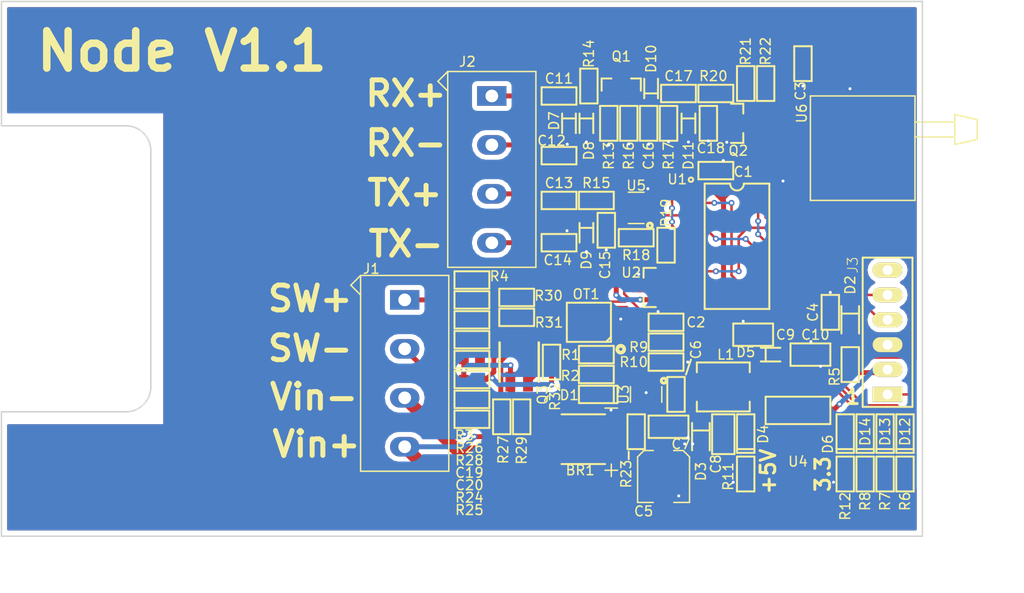
<source format=kicad_pcb>
(kicad_pcb (version 20171130) (host pcbnew 5.0.0-fee4fd1~66~ubuntu18.04.1)
  (layers (0 F.Cu signal) (31 B.Cu signal hide) (34 B.Paste user) (35 F.Paste user) (36 B.SilkS user) (37 F.SilkS user) (38 B.Mask user) (39 F.Mask user) (44 Edge.Cuts user))
  (net 0 "")
  (net 1 /VIN_GND)
  (net 2 /VIN_AC)
  (net 3 GND)
  (net 4 /power/VIN)
  (net 5 +3V3)
  (net 6 +5V)
  (net 7 "Net-(C6-Pad2)")
  (net 8 "Net-(C6-Pad1)")
  (net 9 "Net-(C11-Pad2)")
  (net 10 /RF_IN)
  (net 11 /RF_IN_RTN)
  (net 12 /RF_OUT)
  (net 13 "Net-(C13-Pad1)")
  (net 14 /RF_OUT_RTN)
  (net 15 "Net-(C16-Pad1)")
  (net 16 "Net-(C17-Pad2)")
  (net 17 "Net-(C18-Pad1)")
  (net 18 "Net-(D1-PadA)")
  (net 19 /MCLR)
  (net 20 "Net-(D4-PadC)")
  (net 21 "Net-(D6-PadC)")
  (net 22 "Net-(D10-PadA)")
  (net 23 /ICSPDAT)
  (net 24 /ICSPCLK)
  (net 25 "Net-(J3-Pad6)")
  (net 26 "Net-(OT1-Pad1)")
  (net 27 "Net-(Q2-Pad3)")
  (net 28 /V_Temp)
  (net 29 "Net-(R10-Pad1)")
  (net 30 "Net-(R15-Pad2)")
  (net 31 "Net-(R18-Pad2)")
  (net 32 /UART_TX)
  (net 33 /UART_RX)
  (net 34 /power/EN)
  (net 35 "Net-(D12-PadC)")
  (net 36 /GPIO1)
  (net 37 /GPIO2)
  (net 38 "Net-(D13-PadC)")
  (net 39 "Net-(D14-PadC)")
  (net 40 /GPIO3)
  (net 41 /SW_1)
  (net 42 /AN4)
  (net 43 /SPI_SCLK)
  (net 44 /I2C_SDA)
  (net 45 /SPI_MISO)
  (net 46 /SPI_nCS)
  (net 47 /SPI_MOSI)
  (net 48 /I2C_SCL)
  (net 49 /CLKOUT)
  (net 50 "Net-(C4-Pad1)")
  (net 51 "Net-(U6-Pad1)")
  (net 52 "Net-(U6-Pad8)")
  (net 53 "Net-(U6-Pad7)")
  (net 54 "Net-(U6-Pad6)")
  (net 55 "Net-(U6-Pad5)")
  (net 56 "Net-(C19-Pad1)")
  (net 57 "Net-(C19-Pad2)")
  (net 58 "Net-(C20-Pad1)")
  (net 59 "Net-(J1-Pad2)")
  (net 60 "Net-(J1-Pad1)")
  (net 61 /TRIAC_G)
  (net 62 "Net-(OT1-Pad4)")
  (net 63 /LOAD)
  (net 64 "Net-(Q3-Pad2)")
  (module ICs:FODM30XX (layer F.Cu) (at 77.724 58.166 180)
    (fp_text reference OT1 (at 0.2794 2.8702 180) (layer F.SilkS))
    (fp_text value Opto-Triac-FODM30XX)
    (pad 4 smd rect (at 3.25 -1.27 180) (size 1.5 0.8) (layers F.Cu F.Paste F.Mask) (net 62 "Net-(OT1-Pad4)"))
    (pad 3 smd rect (at 3.25 1.27 180) (size 1.5 0.8) (layers F.Cu F.Paste F.Mask) (net 61 /TRIAC_G))
    (pad 2 smd rect (at -3.25 1.27 180) (size 1.5 0.8) (layers F.Cu F.Paste F.Mask) (net 3 GND))
    (pad 1 smd rect (at -3.25 -1.27 180) (size 1.5 0.8) (layers F.Cu F.Paste F.Mask) (net 26 "Net-(OT1-Pad1)"))
  )
  (module diodes:SOD123 (layer F.Cu) (at 89.154 69.85 90)
    (fp_text reference D3 (at -3.556 0 90) (layer F.SilkS))
    (fp_text value Schottky_SOD123)
    (pad A smd rect (at -1.575 0 90) (size 1.1 1) (layers F.Cu F.Paste F.Mask) (net 3 GND))
    (pad C smd rect (at 1.575 0 90) (size 1.1 1) (layers F.Cu F.Paste F.Mask) (net 7 "Net-(C6-Pad2)"))
  )
  (module diodes:SOD123 (layer F.Cu) (at 104.394 57.912 90)
    (fp_text reference D2 (at 3.556 0 90) (layer F.SilkS))
    (fp_text value Schottky_SOD123)
    (pad A smd rect (at -1.575 0 90) (size 1.1 1) (layers F.Cu F.Paste F.Mask) (net 50 "Net-(C4-Pad1)"))
    (pad C smd rect (at 1.575 0 90) (size 1.1 1) (layers F.Cu F.Paste F.Mask) (net 19 /MCLR))
  )
  (module passives:PWR_IND_5.3x5 (layer F.Cu) (at 91.44 64.77 180)
    (fp_text reference L1 (at -0.254 3.302 180) (layer F.SilkS))
    (fp_text value IND)
    (pad 2 smd rect (at 2.25 0 180) (size 2.5 2) (layers F.Cu F.Paste F.Mask) (net 7 "Net-(C6-Pad2)"))
    (pad 1 smd rect (at -2.25 0 180) (size 2.5 2) (layers F.Cu F.Paste F.Mask) (net 6 +5V))
  )
  (module diodes:MD5S (layer F.Cu) (at 80.01 71.374 180)
    (fp_text reference BR1 (at 3.175 -1.905 180) (layer F.SilkS))
    (fp_text value MD5S_Diode_Bridge)
    (pad 2 smd rect (at 5.715 2.54 180) (size 2.032 1.524) (layers F.Cu F.Paste F.Mask) (net 1 /VIN_GND))
    (pad 3 smd rect (at 5.715 0 180) (size 2.032 1.524) (layers F.Cu F.Paste F.Mask) (net 2 /VIN_AC))
    (pad 1 smd rect (at 0 2.54 180) (size 2.032 1.524) (layers F.Cu F.Paste F.Mask) (net 3 GND))
    (pad 4 smd rect (at 0 0 180) (size 2.032 1.524) (layers F.Cu F.Paste F.Mask) (net 4 /power/VIN))
  )
  (module passives:C0603 (layer F.Cu) (at 90.678 42.672 180)
    (fp_text reference C1 (at -2.794 -0.127 180) (layer F.SilkS))
    (fp_text value CAP_0603 hide)
    (pad 1 smd rect (at -0.825 0 180) (size 1 0.95) (layers F.Cu F.Paste F.Mask) (net 3 GND))
    (pad 2 smd rect (at 0.825 0 180) (size 1 0.95) (layers F.Cu F.Paste F.Mask) (net 5 +3V3))
  )
  (module passives:C0603 (layer F.Cu) (at 85.598 58.166)
    (fp_text reference C2 (at 3.048 0) (layer F.SilkS))
    (fp_text value CAP_0603 hide)
    (pad 1 smd rect (at -0.825 0) (size 1 0.95) (layers F.Cu F.Paste F.Mask) (net 3 GND))
    (pad 2 smd rect (at 0.825 0) (size 1 0.95) (layers F.Cu F.Paste F.Mask) (net 6 +5V))
  )
  (module C0603 (layer F.Cu) (at 86.614 65.532 270)
    (fp_text reference C6 (at -4.572 -2.032 270) (layer F.SilkS))
    (fp_text value CAP_0603 hide)
    (pad 2 smd rect (at 0.825 0 270) (size 1 0.95) (layers F.Cu F.Paste F.Mask) (net 7 "Net-(C6-Pad2)"))
    (pad 1 smd rect (at -0.825 0 270) (size 1 0.95) (layers F.Cu F.Paste F.Mask) (net 8 "Net-(C6-Pad1)"))
  )
  (module C0805 (layer F.Cu) (at 85.852 68.834)
    (fp_text reference C7 (at 1.27 1.778 180) (layer F.SilkS))
    (fp_text value CAP_0805 hide)
    (pad 2 smd rect (at 1.025 0) (size 1.15 1.45) (layers F.Cu F.Paste F.Mask) (net 3 GND))
    (pad 1 smd rect (at -1.025 0) (size 1.15 1.45) (layers F.Cu F.Paste F.Mask) (net 4 /power/VIN))
  )
  (module C0805 (layer F.Cu) (at 91.44 69.596 270)
    (fp_text reference C8 (at 3.048 0.762 270) (layer F.SilkS))
    (fp_text value CAP_0805 hide)
    (pad 1 smd rect (at -1.025 0 270) (size 1.15 1.45) (layers F.Cu F.Paste F.Mask) (net 6 +5V))
    (pad 2 smd rect (at 1.025 0 270) (size 1.15 1.45) (layers F.Cu F.Paste F.Mask) (net 3 GND))
  )
  (module passives:C0805 (layer F.Cu) (at 94.488 59.436 180)
    (fp_text reference C9 (at -3.302 0 180) (layer F.SilkS))
    (fp_text value CAP_0805 hide)
    (pad 2 smd rect (at 1.025 0 180) (size 1.15 1.45) (layers F.Cu F.Paste F.Mask) (net 3 GND))
    (pad 1 smd rect (at -1.025 0 180) (size 1.15 1.45) (layers F.Cu F.Paste F.Mask) (net 6 +5V))
  )
  (module passives:C0805 (layer F.Cu) (at 100.33 61.468)
    (fp_text reference C10 (at 0.508 -2.032) (layer F.SilkS))
    (fp_text value CAP_0805 hide)
    (pad 1 smd rect (at -1.025 0) (size 1.15 1.45) (layers F.Cu F.Paste F.Mask) (net 5 +3V3))
    (pad 2 smd rect (at 1.025 0) (size 1.15 1.45) (layers F.Cu F.Paste F.Mask) (net 3 GND))
  )
  (module passives:C0603 (layer F.Cu) (at 74.676 35.052)
    (fp_text reference C11 (at 0 -1.778) (layer F.SilkS))
    (fp_text value CAP_0603 hide)
    (pad 2 smd rect (at 0.825 0) (size 1 0.95) (layers F.Cu F.Paste F.Mask) (net 9 "Net-(C11-Pad2)"))
    (pad 1 smd rect (at -0.825 0) (size 1 0.95) (layers F.Cu F.Paste F.Mask) (net 10 /RF_IN))
  )
  (module passives:C0603 (layer F.Cu) (at 74.676 41.148)
    (fp_text reference C12 (at -0.762 -1.524) (layer F.SilkS))
    (fp_text value CAP_0603 hide)
    (pad 1 smd rect (at -0.825 0) (size 1 0.95) (layers F.Cu F.Paste F.Mask) (net 11 /RF_IN_RTN))
    (pad 2 smd rect (at 0.825 0) (size 1 0.95) (layers F.Cu F.Paste F.Mask) (net 3 GND))
  )
  (module passives:C0603 (layer F.Cu) (at 74.676 45.72 180)
    (fp_text reference C13 (at 0 1.778 180) (layer F.SilkS))
    (fp_text value CAP_0603 hide)
    (pad 2 smd rect (at 0.825 0 180) (size 1 0.95) (layers F.Cu F.Paste F.Mask) (net 12 /RF_OUT))
    (pad 1 smd rect (at -0.825 0 180) (size 1 0.95) (layers F.Cu F.Paste F.Mask) (net 13 "Net-(C13-Pad1)"))
  )
  (module passives:C0603 (layer F.Cu) (at 74.676 50.038 180)
    (fp_text reference C14 (at 0.127 -1.778 180) (layer F.SilkS))
    (fp_text value CAP_0603 hide)
    (pad 2 smd rect (at 0.825 0 180) (size 1 0.95) (layers F.Cu F.Paste F.Mask) (net 14 /RF_OUT_RTN))
    (pad 1 smd rect (at -0.825 0 180) (size 1 0.95) (layers F.Cu F.Paste F.Mask) (net 3 GND))
  )
  (module passives:C0603 (layer F.Cu) (at 79.502 48.768 270)
    (fp_text reference C15 (at 3.556 0.127 270) (layer F.SilkS))
    (fp_text value CAP_0603 hide)
    (pad 1 smd rect (at -0.825 0 270) (size 1 0.95) (layers F.Cu F.Paste F.Mask) (net 6 +5V))
    (pad 2 smd rect (at 0.825 0 270) (size 1 0.95) (layers F.Cu F.Paste F.Mask) (net 3 GND))
  )
  (module passives:C0603 (layer F.Cu) (at 83.82 37.846 270)
    (fp_text reference C16 (at 3.302 0 270) (layer F.SilkS))
    (fp_text value CAP_0603 hide)
    (pad 2 smd rect (at 0.825 0 270) (size 1 0.95) (layers F.Cu F.Paste F.Mask) (net 3 GND))
    (pad 1 smd rect (at -0.825 0 270) (size 1 0.95) (layers F.Cu F.Paste F.Mask) (net 15 "Net-(C16-Pad1)"))
  )
  (module passives:C0603 (layer F.Cu) (at 86.868 34.798)
    (fp_text reference C17 (at 0 -1.778) (layer F.SilkS))
    (fp_text value CAP_0603 hide)
    (pad 2 smd rect (at 0.825 0) (size 1 0.95) (layers F.Cu F.Paste F.Mask) (net 16 "Net-(C17-Pad2)"))
    (pad 1 smd rect (at -0.825 0) (size 1 0.95) (layers F.Cu F.Paste F.Mask) (net 15 "Net-(C16-Pad1)"))
  )
  (module passives:C0603 (layer F.Cu) (at 89.916 37.846 270)
    (fp_text reference C18 (at 2.54 -0.254 180) (layer F.SilkS))
    (fp_text value CAP_0603 hide)
    (pad 1 smd rect (at -0.825 0 270) (size 1 0.95) (layers F.Cu F.Paste F.Mask) (net 17 "Net-(C18-Pad1)"))
    (pad 2 smd rect (at 0.825 0 270) (size 1 0.95) (layers F.Cu F.Paste F.Mask) (net 3 GND))
  )
  (module diodes:D0603 (layer F.Cu) (at 78.486 65.532)
    (fp_text reference D1 (at -2.7686 0.0762) (layer F.SilkS))
    (fp_text value LED_0603 hide)
    (pad A smd rect (at -0.825 0) (size 1 0.95) (layers F.Cu F.Paste F.Mask) (net 18 "Net-(D1-PadA)"))
    (pad C smd rect (at 0.825 0) (size 1 0.95) (layers F.Cu F.Paste F.Mask) (net 3 GND))
  )
  (module diodes:D0603 (layer F.Cu) (at 93.726 69.342 270)
    (fp_text reference D4 (at 0.254 -1.778 270) (layer F.SilkS))
    (fp_text value LED_0603 hide)
    (pad C smd rect (at 0.825 0 270) (size 1 0.95) (layers F.Cu F.Paste F.Mask) (net 20 "Net-(D4-PadC)"))
    (pad A smd rect (at -0.825 0 270) (size 1 0.95) (layers F.Cu F.Paste F.Mask) (net 6 +5V))
  )
  (module diodes:SOD323 (layer F.Cu) (at 96.266 61.468 180)
    (fp_text reference D5 (at 2.54 0.254 180) (layer F.SilkS))
    (fp_text value Diode_SOD323)
    (pad C smd rect (at 1.055 0 180) (size 0.7 0.6) (layers F.Cu F.Paste F.Mask) (net 6 +5V))
    (pad A smd rect (at -1.055 0 180) (size 0.7 0.6) (layers F.Cu F.Paste F.Mask) (net 5 +3V3))
  )
  (module diodes:D0603 (layer F.Cu) (at 103.886 69.342 270)
    (fp_text reference D6 (at 1.27 1.778 270) (layer F.SilkS))
    (fp_text value LED_0603 hide)
    (pad C smd rect (at 0.825 0 270) (size 1 0.95) (layers F.Cu F.Paste F.Mask) (net 21 "Net-(D6-PadC)"))
    (pad A smd rect (at -0.825 0 270) (size 1 0.95) (layers F.Cu F.Paste F.Mask) (net 5 +3V3))
  )
  (module diodes:SOD323 (layer F.Cu) (at 75.692 37.846 90)
    (fp_text reference D7 (at 0.254 -1.524 90) (layer F.SilkS))
    (fp_text value Zener_SOD323)
    (pad A smd rect (at -1.055 0 90) (size 0.7 0.6) (layers F.Cu F.Paste F.Mask) (net 3 GND))
    (pad C smd rect (at 1.055 0 90) (size 0.7 0.6) (layers F.Cu F.Paste F.Mask) (net 9 "Net-(C11-Pad2)"))
  )
  (module diodes:SOD323 (layer F.Cu) (at 77.47 37.846 90)
    (fp_text reference D8 (at -2.794 0.254 90) (layer F.SilkS))
    (fp_text value Schottky_SOD323)
    (pad A smd rect (at -1.055 0 90) (size 0.7 0.6) (layers F.Cu F.Paste F.Mask) (net 3 GND))
    (pad C smd rect (at 1.055 0 90) (size 0.7 0.6) (layers F.Cu F.Paste F.Mask) (net 9 "Net-(C11-Pad2)"))
  )
  (module diodes:SOD323 (layer F.Cu) (at 77.47 49.022 90)
    (fp_text reference D9 (at -2.794 0 90) (layer F.SilkS))
    (fp_text value Zener_SOD323)
    (pad C smd rect (at 1.055 0 90) (size 0.7 0.6) (layers F.Cu F.Paste F.Mask) (net 13 "Net-(C13-Pad1)"))
    (pad A smd rect (at -1.055 0 90) (size 0.7 0.6) (layers F.Cu F.Paste F.Mask) (net 3 GND))
  )
  (module diodes:SOD323 (layer F.Cu) (at 84.074 34.29 270)
    (fp_text reference D10 (at -3.048 0 270) (layer F.SilkS))
    (fp_text value Diode_SOD323)
    (pad C smd rect (at 1.055 0 270) (size 0.7 0.6) (layers F.Cu F.Paste F.Mask) (net 15 "Net-(C16-Pad1)"))
    (pad A smd rect (at -1.055 0 270) (size 0.7 0.6) (layers F.Cu F.Paste F.Mask) (net 22 "Net-(D10-PadA)"))
  )
  (module diodes:SOD323 (layer F.Cu) (at 87.884 37.846 90)
    (fp_text reference D11 (at -3.302 0 90) (layer F.SilkS))
    (fp_text value Schottky_SOD323)
    (pad A smd rect (at -1.055 0 90) (size 0.7 0.6) (layers F.Cu F.Paste F.Mask) (net 3 GND))
    (pad C smd rect (at 1.055 0 90) (size 0.7 0.6) (layers F.Cu F.Paste F.Mask) (net 16 "Net-(C17-Pad2)"))
  )
  (module connectors:term_block_4-pin (layer F.Cu) (at 58.928 55.88)
    (fp_text reference J1 (at -3.4036 -3.175) (layer F.SilkS))
    (fp_text value term_block_4-pin)
    (pad 4 thru_hole oval (at 0 15) (size 3 2) (drill 1.3) (layers *.Cu *.Mask) (net 2 /VIN_AC))
    (pad 3 thru_hole oval (at 0 10) (size 3 2) (drill 1.3) (layers *.Cu *.Mask) (net 1 /VIN_GND))
    (pad 2 thru_hole oval (at 0 5) (size 3 2) (drill 1.3) (layers *.Cu *.Mask) (net 59 "Net-(J1-Pad2)"))
    (pad 1 thru_hole rect (at 0 0) (size 3 2) (drill 1.3) (layers *.Cu *.Mask) (net 60 "Net-(J1-Pad1)"))
  )
  (module connectors:term_block_4-pin (layer F.Cu) (at 67.818 35.052)
    (fp_text reference J2 (at -2.5 -3.5) (layer F.SilkS))
    (fp_text value term_block_4-pin)
    (pad 1 thru_hole rect (at 0 0) (size 3 2) (drill 1.3) (layers *.Cu *.Mask) (net 10 /RF_IN))
    (pad 2 thru_hole oval (at 0 5) (size 3 2) (drill 1.3) (layers *.Cu *.Mask) (net 11 /RF_IN_RTN))
    (pad 3 thru_hole oval (at 0 10) (size 3 2) (drill 1.3) (layers *.Cu *.Mask) (net 12 /RF_OUT))
    (pad 4 thru_hole oval (at 0 15) (size 3 2) (drill 1.3) (layers *.Cu *.Mask) (net 14 /RF_OUT_RTN))
  )
  (module connectors:Header_6-pin_100mil (layer F.Cu) (at 108.204 59.182 90)
    (fp_text reference J3 (at 6.858 -3.556 90) (layer F.SilkS) (effects (font (size 1.016 1.016) (thickness 0.0889))))
    (fp_text value HEADER_1X6 hide)
    (pad 1 thru_hole rect (at -6.35 0 90) (size 1.524 3.048) (drill 1.016) (layers *.Cu *.Mask F.Paste F.SilkS) (net 19 /MCLR))
    (pad 2 thru_hole oval (at -3.81 0 90) (size 1.524 3.048) (drill 1.016) (layers *.Cu *.Mask F.Paste F.SilkS) (net 5 +3V3))
    (pad 3 thru_hole oval (at -1.27 0 90) (size 1.524 3.048) (drill 1.016) (layers *.Cu *.Mask F.Paste F.SilkS) (net 3 GND))
    (pad 4 thru_hole oval (at 1.27 0 90) (size 1.524 3.048) (drill 1.016) (layers *.Cu *.Mask F.Paste F.SilkS) (net 23 /ICSPDAT))
    (pad 5 thru_hole oval (at 3.81 0 90) (size 1.524 3.048) (drill 1.016) (layers *.Cu *.Mask F.Paste F.SilkS) (net 24 /ICSPCLK))
    (pad 6 thru_hole oval (at 6.35 0 90) (size 1.524 3.048) (drill 1.016) (layers *.Cu *.Mask F.Paste F.SilkS) (net 25 "Net-(J3-Pad6)"))
  )
  (module ICs:SOT-23-3 (layer F.Cu) (at 81.026 32.766)
    (fp_text reference Q1 (at 0 -1.75) (layer F.SilkS))
    (fp_text value NPN hide)
    (pad 3 smd rect (at 0 0) (size 1 1.4) (layers F.Cu F.Paste F.Mask) (net 6 +5V))
    (pad 2 smd rect (at 0.95 2.2) (size 1 1.4) (layers F.Cu F.Paste F.Mask) (net 22 "Net-(D10-PadA)"))
    (pad 1 smd rect (at -0.95 2.2) (size 1 1.4) (layers F.Cu F.Paste F.Mask) (net 9 "Net-(C11-Pad2)"))
  )
  (module ICs:SOT-23-3 (layer F.Cu) (at 93.98 37.846 270)
    (fp_text reference Q2 (at 2.794 1.016) (layer F.SilkS))
    (fp_text value NPN hide)
    (pad 1 smd rect (at -0.95 2.2 270) (size 1 1.4) (layers F.Cu F.Paste F.Mask) (net 17 "Net-(C18-Pad1)"))
    (pad 2 smd rect (at 0.95 2.2 270) (size 1 1.4) (layers F.Cu F.Paste F.Mask) (net 3 GND))
    (pad 3 smd rect (at 0 0 270) (size 1 1.4) (layers F.Cu F.Paste F.Mask) (net 27 "Net-(Q2-Pad3)"))
  )
  (module passives:R0603 (layer F.Cu) (at 78.486 61.468)
    (fp_text reference R1 (at -2.6162 0.0254) (layer F.SilkS))
    (fp_text value RES_0603 hide)
    (pad 1 smd rect (at -0.825 0) (size 1 0.95) (layers F.Cu F.Paste F.Mask) (net 26 "Net-(OT1-Pad1)"))
    (pad 2 smd rect (at 0.825 0) (size 1 0.95) (layers F.Cu F.Paste F.Mask) (net 41 /SW_1))
  )
  (module passives:R0603 (layer F.Cu) (at 78.486 63.5)
    (fp_text reference R2 (at -2.667 0.127) (layer F.SilkS))
    (fp_text value RES_0603 hide)
    (pad 2 smd rect (at 0.825 0) (size 1 0.95) (layers F.Cu F.Paste F.Mask) (net 41 /SW_1))
    (pad 1 smd rect (at -0.825 0) (size 1 0.95) (layers F.Cu F.Paste F.Mask) (net 18 "Net-(D1-PadA)"))
  )
  (module passives:R0603 (layer F.Cu) (at 104.394 62.484 270)
    (fp_text reference R5 (at 1.2446 1.6002 270) (layer F.SilkS))
    (fp_text value RES_0603 hide)
    (pad 1 smd rect (at -0.825 0 270) (size 1 0.95) (layers F.Cu F.Paste F.Mask) (net 50 "Net-(C4-Pad1)"))
    (pad 2 smd rect (at 0.825 0 270) (size 1 0.95) (layers F.Cu F.Paste F.Mask) (net 5 +3V3))
  )
  (module R0603 (layer F.Cu) (at 85.598 60.198 180)
    (fp_text reference R9 (at 2.794 -0.508 180) (layer F.SilkS))
    (fp_text value RES_0603 hide)
    (pad 2 smd rect (at 0.825 0 180) (size 1 0.95) (layers F.Cu F.Paste F.Mask) (net 29 "Net-(R10-Pad1)"))
    (pad 1 smd rect (at -0.825 0 180) (size 1 0.95) (layers F.Cu F.Paste F.Mask) (net 6 +5V))
  )
  (module R0603 (layer F.Cu) (at 85.598 62.23)
    (fp_text reference R10 (at -3.302 0) (layer F.SilkS))
    (fp_text value RES_0603 hide)
    (pad 1 smd rect (at -0.825 0) (size 1 0.95) (layers F.Cu F.Paste F.Mask) (net 29 "Net-(R10-Pad1)"))
    (pad 2 smd rect (at 0.825 0) (size 1 0.95) (layers F.Cu F.Paste F.Mask) (net 3 GND))
  )
  (module passives:R0603 (layer F.Cu) (at 93.726 73.66 90)
    (fp_text reference R11 (at -0.254 -1.778 90) (layer F.SilkS))
    (fp_text value RES_0603 hide)
    (pad 1 smd rect (at -0.825 0 90) (size 1 0.95) (layers F.Cu F.Paste F.Mask) (net 3 GND))
    (pad 2 smd rect (at 0.825 0 90) (size 1 0.95) (layers F.Cu F.Paste F.Mask) (net 20 "Net-(D4-PadC)"))
  )
  (module passives:R0603 (layer F.Cu) (at 103.886 73.66 90)
    (fp_text reference R12 (at -3.302 0 90) (layer F.SilkS))
    (fp_text value RES_0603 hide)
    (pad 2 smd rect (at 0.825 0 90) (size 1 0.95) (layers F.Cu F.Paste F.Mask) (net 21 "Net-(D6-PadC)"))
    (pad 1 smd rect (at -0.825 0 90) (size 1 0.95) (layers F.Cu F.Paste F.Mask) (net 3 GND))
  )
  (module passives:R0603 (layer F.Cu) (at 79.756 37.846 270)
    (fp_text reference R13 (at 3.302 0 270) (layer F.SilkS))
    (fp_text value RES_0603 hide)
    (pad 2 smd rect (at 0.825 0 270) (size 1 0.95) (layers F.Cu F.Paste F.Mask) (net 3 GND))
    (pad 1 smd rect (at -0.825 0 270) (size 1 0.95) (layers F.Cu F.Paste F.Mask) (net 9 "Net-(C11-Pad2)"))
  )
  (module passives:R0603 (layer F.Cu) (at 77.724 34.036 270)
    (fp_text reference R14 (at -3.302 0 270) (layer F.SilkS))
    (fp_text value RES_0603 hide)
    (pad 1 smd rect (at -0.825 0 270) (size 1 0.95) (layers F.Cu F.Paste F.Mask) (net 6 +5V))
    (pad 2 smd rect (at 0.825 0 270) (size 1 0.95) (layers F.Cu F.Paste F.Mask) (net 9 "Net-(C11-Pad2)"))
  )
  (module passives:R0603 (layer F.Cu) (at 78.486 45.72)
    (fp_text reference R15 (at 0 -1.778) (layer F.SilkS))
    (fp_text value RES_0603 hide)
    (pad 1 smd rect (at -0.825 0) (size 1 0.95) (layers F.Cu F.Paste F.Mask) (net 13 "Net-(C13-Pad1)"))
    (pad 2 smd rect (at 0.825 0) (size 1 0.95) (layers F.Cu F.Paste F.Mask) (net 30 "Net-(R15-Pad2)"))
  )
  (module passives:R0603 (layer F.Cu) (at 81.788 37.846 270)
    (fp_text reference R16 (at 3.302 0 270) (layer F.SilkS))
    (fp_text value RES_0603 hide)
    (pad 1 smd rect (at -0.825 0 270) (size 1 0.95) (layers F.Cu F.Paste F.Mask) (net 22 "Net-(D10-PadA)"))
    (pad 2 smd rect (at 0.825 0 270) (size 1 0.95) (layers F.Cu F.Paste F.Mask) (net 3 GND))
  )
  (module passives:R0603 (layer F.Cu) (at 85.852 37.846 270)
    (fp_text reference R17 (at 3.302 0 270) (layer F.SilkS))
    (fp_text value RES_0603 hide)
    (pad 2 smd rect (at 0.825 0 270) (size 1 0.95) (layers F.Cu F.Paste F.Mask) (net 3 GND))
    (pad 1 smd rect (at -0.825 0 270) (size 1 0.95) (layers F.Cu F.Paste F.Mask) (net 15 "Net-(C16-Pad1)"))
  )
  (module passives:R0603 (layer F.Cu) (at 82.55 49.53)
    (fp_text reference R18 (at 0 1.778) (layer F.SilkS))
    (fp_text value RES_0603 hide)
    (pad 1 smd rect (at -0.825 0) (size 1 0.95) (layers F.Cu F.Paste F.Mask) (net 6 +5V))
    (pad 2 smd rect (at 0.825 0) (size 1 0.95) (layers F.Cu F.Paste F.Mask) (net 31 "Net-(R18-Pad2)"))
  )
  (module passives:R0603 (layer F.Cu) (at 85.598 50.292 270)
    (fp_text reference R19 (at -3.302 0 90) (layer F.SilkS))
    (fp_text value RES_0603 hide)
    (pad 2 smd rect (at 0.825 0 270) (size 1 0.95) (layers F.Cu F.Paste F.Mask) (net 32 /UART_TX))
    (pad 1 smd rect (at -0.825 0 270) (size 1 0.95) (layers F.Cu F.Paste F.Mask) (net 31 "Net-(R18-Pad2)"))
  )
  (module passives:R0603 (layer F.Cu) (at 90.678 34.798 180)
    (fp_text reference R20 (at 0.254 1.778 180) (layer F.SilkS))
    (fp_text value RES_0603 hide)
    (pad 1 smd rect (at -0.825 0 180) (size 1 0.95) (layers F.Cu F.Paste F.Mask) (net 17 "Net-(C18-Pad1)"))
    (pad 2 smd rect (at 0.825 0 180) (size 1 0.95) (layers F.Cu F.Paste F.Mask) (net 16 "Net-(C17-Pad2)"))
  )
  (module passives:R0603 (layer F.Cu) (at 93.726 33.782 270)
    (fp_text reference R21 (at -3.302 0 270) (layer F.SilkS))
    (fp_text value RES_0603 hide)
    (pad 2 smd rect (at 0.825 0 270) (size 1 0.95) (layers F.Cu F.Paste F.Mask) (net 27 "Net-(Q2-Pad3)"))
    (pad 1 smd rect (at -0.825 0 270) (size 1 0.95) (layers F.Cu F.Paste F.Mask) (net 5 +3V3))
  )
  (module passives:R0603 (layer F.Cu) (at 95.758 33.782 270)
    (fp_text reference R22 (at -3.302 0 270) (layer F.SilkS))
    (fp_text value RES_0603 hide)
    (pad 1 smd rect (at -0.825 0 270) (size 1 0.95) (layers F.Cu F.Paste F.Mask) (net 33 /UART_RX))
    (pad 2 smd rect (at 0.825 0 270) (size 1 0.95) (layers F.Cu F.Paste F.Mask) (net 27 "Net-(Q2-Pad3)"))
  )
  (module ICs:SO-20_300 (layer F.Cu) (at 88.138 44.704 270)
    (fp_text reference U1 (at -1.143 1.397) (layer F.SilkS))
    (fp_text value PIC16F1829_SOIC hide)
    (pad 20 smd rect (at 0 -9.4 270) (size 0.6 1.95) (layers F.Cu F.Paste F.Mask) (net 3 GND))
    (pad 18 smd rect (at 2.54 -9.4 270) (size 0.6 1.95) (layers F.Cu F.Paste F.Mask) (net 24 /ICSPCLK))
    (pad 17 smd rect (at 3.81 -9.4 270) (size 0.6 1.95) (layers F.Cu F.Paste F.Mask) (net 28 /V_Temp))
    (pad 19 smd rect (at 1.27 -9.4 270) (size 0.6 1.95) (layers F.Cu F.Paste F.Mask) (net 23 /ICSPDAT))
    (pad 16 smd rect (at 5.08 -9.4 270) (size 0.6 1.95) (layers F.Cu F.Paste F.Mask) (net 42 /AN4))
    (pad 11 smd rect (at 11.43 -9.4 270) (size 0.6 1.95) (layers F.Cu F.Paste F.Mask) (net 43 /SPI_SCLK))
    (pad 14 smd rect (at 7.62 -9.4 270) (size 0.6 1.95) (layers F.Cu F.Paste F.Mask) (net 37 /GPIO2))
    (pad 12 smd rect (at 10.16 -9.4 270) (size 0.6 1.95) (layers F.Cu F.Paste F.Mask) (net 44 /I2C_SDA))
    (pad 13 smd rect (at 8.89 -9.4 270) (size 0.6 1.95) (layers F.Cu F.Paste F.Mask) (net 45 /SPI_MISO))
    (pad 15 smd rect (at 6.35 -9.4 270) (size 0.6 1.95) (layers F.Cu F.Paste F.Mask) (net 36 /GPIO1))
    (pad 6 smd rect (at 6.35 0 270) (size 0.6 1.95) (layers F.Cu F.Paste F.Mask) (net 32 /UART_TX))
    (pad 8 smd rect (at 8.89 0 270) (size 0.6 1.95) (layers F.Cu F.Paste F.Mask) (net 46 /SPI_nCS))
    (pad 9 smd rect (at 10.16 0 270) (size 0.6 1.95) (layers F.Cu F.Paste F.Mask) (net 47 /SPI_MOSI))
    (pad 7 smd rect (at 7.62 0 270) (size 0.6 1.95) (layers F.Cu F.Paste F.Mask) (net 41 /SW_1))
    (pad 10 smd rect (at 11.43 0 270) (size 0.6 1.95) (layers F.Cu F.Paste F.Mask) (net 48 /I2C_SCL))
    (pad 5 smd rect (at 5.08 0 270) (size 0.6 1.95) (layers F.Cu F.Paste F.Mask) (net 33 /UART_RX))
    (pad 2 smd rect (at 1.27 0 270) (size 0.6 1.95) (layers F.Cu F.Paste F.Mask) (net 40 /GPIO3))
    (pad 4 smd rect (at 3.81 0 270) (size 0.6 1.95) (layers F.Cu F.Paste F.Mask) (net 19 /MCLR))
    (pad 3 smd rect (at 2.54 0 270) (size 0.6 1.95) (layers F.Cu F.Paste F.Mask) (net 49 /CLKOUT))
    (pad 1 smd rect (at 0 0 270) (size 0.6 1.95) (layers F.Cu F.Paste F.Mask) (net 5 +3V3))
  )
  (module ICs:SOT-23-3 (layer F.Cu) (at 82.804 54.61 90)
    (fp_text reference U2 (at 1.524 -0.762) (layer F.SilkS))
    (fp_text value Temp_SOT23-3 hide)
    (pad 1 smd rect (at -0.95 2.2 90) (size 1 1.4) (layers F.Cu F.Paste F.Mask) (net 6 +5V))
    (pad 2 smd rect (at 0.95 2.2 90) (size 1 1.4) (layers F.Cu F.Paste F.Mask) (net 28 /V_Temp))
    (pad 3 smd rect (at 0 0 90) (size 1 1.4) (layers F.Cu F.Paste F.Mask) (net 3 GND))
  )
  (module ICs:SOT-23-6 (layer F.Cu) (at 83.566 65.532 270)
    (fp_text reference U3 (at 0 2.286 270) (layer F.SilkS))
    (fp_text value MP2456)
    (pad 1 smd rect (at -1.2 -0.95 270) (size 1 0.7) (layers F.Cu F.Paste F.Mask) (net 8 "Net-(C6-Pad1)"))
    (pad 2 smd rect (at -1.2 0 270) (size 1 0.7) (layers F.Cu F.Paste F.Mask) (net 3 GND))
    (pad 3 smd rect (at -1.2 0.95 270) (size 1 0.7) (layers F.Cu F.Paste F.Mask) (net 29 "Net-(R10-Pad1)"))
    (pad 4 smd rect (at 1.2 0.95 270) (size 1 0.7) (layers F.Cu F.Paste F.Mask) (net 34 /power/EN))
    (pad 5 smd rect (at 1.2 0 270) (size 1 0.7) (layers F.Cu F.Paste F.Mask) (net 4 /power/VIN))
    (pad 6 smd rect (at 1.2 -0.95 270) (size 1 0.7) (layers F.Cu F.Paste F.Mask) (net 7 "Net-(C6-Pad2)"))
  )
  (module ICs:SOT-223 (layer F.Cu) (at 99.06 64.262 180)
    (fp_text reference U4 (at 0 -8.128 180) (layer F.SilkS))
    (fp_text value TLV1117_3.3V hide)
    (pad 1 smd rect (at -2.3 0 180) (size 0.95 2.15) (layers F.Cu F.Paste F.Mask) (net 3 GND))
    (pad 2 smd rect (at 0 0 180) (size 0.95 2.15) (layers F.Cu F.Paste F.Mask) (net 5 +3V3))
    (pad 3 smd rect (at 2.3 0 180) (size 0.95 2.15) (layers F.Cu F.Paste F.Mask) (net 6 +5V))
    (pad 4 smd rect (at 0 -5.8 180) (size 3.25 2.15) (layers F.Cu F.Paste F.Mask) (net 5 +3V3))
  )
  (module ICs:SOT-23-5 (layer F.Cu) (at 82.55 46.482 180)
    (fp_text reference U5 (at 0 2.286 180) (layer F.SilkS))
    (fp_text value NC7SZ125)
    (pad 1 smd rect (at -1.2 -0.95 180) (size 1 0.7) (layers F.Cu F.Paste F.Mask) (net 31 "Net-(R18-Pad2)"))
    (pad 2 smd rect (at -1.2 0 180) (size 1 0.7) (layers F.Cu F.Paste F.Mask) (net 49 /CLKOUT))
    (pad 3 smd rect (at -1.2 0.95 180) (size 1 0.7) (layers F.Cu F.Paste F.Mask) (net 3 GND))
    (pad 4 smd rect (at 1.2 0.95 180) (size 1 0.7) (layers F.Cu F.Paste F.Mask) (net 30 "Net-(R15-Pad2)"))
    (pad 5 smd rect (at 1.2 -0.95 180) (size 1 0.7) (layers F.Cu F.Paste F.Mask) (net 6 +5V))
  )
  (module R0603 (layer F.Cu) (at 82.55 69.342 90)
    (fp_text reference R23 (at -4.318 -1.016 90) (layer F.SilkS))
    (fp_text value RES_0603 hide)
    (pad 2 smd rect (at 0.825 0 90) (size 1 0.95) (layers F.Cu F.Paste F.Mask) (net 34 /power/EN))
    (pad 1 smd rect (at -0.825 0 90) (size 1 0.95) (layers F.Cu F.Paste F.Mask) (net 4 /power/VIN))
  )
  (module diodes:D0603 (layer F.Cu) (at 109.982 69.342 270)
    (fp_text reference D12 (at 0 0 270) (layer F.SilkS))
    (fp_text value LED_0603 hide)
    (pad C smd rect (at 0.825 0 270) (size 1 0.95) (layers F.Cu F.Paste F.Mask) (net 35 "Net-(D12-PadC)"))
    (pad A smd rect (at -0.825 0 270) (size 1 0.95) (layers F.Cu F.Paste F.Mask) (net 36 /GPIO1))
  )
  (module diodes:D0603 (layer F.Cu) (at 107.95 69.342 270)
    (fp_text reference D13 (at 0 0 270) (layer F.SilkS))
    (fp_text value LED_0603 hide)
    (pad A smd rect (at -0.825 0 270) (size 1 0.95) (layers F.Cu F.Paste F.Mask) (net 37 /GPIO2))
    (pad C smd rect (at 0.825 0 270) (size 1 0.95) (layers F.Cu F.Paste F.Mask) (net 38 "Net-(D13-PadC)"))
  )
  (module diodes:D0603 (layer F.Cu) (at 105.918 69.342 270)
    (fp_text reference D14 (at 0 0 270) (layer F.SilkS))
    (fp_text value LED_0603 hide)
    (pad C smd rect (at 0.825 0 270) (size 1 0.95) (layers F.Cu F.Paste F.Mask) (net 39 "Net-(D14-PadC)"))
    (pad A smd rect (at -0.825 0 270) (size 1 0.95) (layers F.Cu F.Paste F.Mask) (net 40 /GPIO3))
  )
  (module passives:R0603 (layer F.Cu) (at 109.982 73.66 270)
    (fp_text reference R6 (at 2.794 0 270) (layer F.SilkS))
    (fp_text value RES_0603 hide)
    (pad 2 smd rect (at 0.825 0 270) (size 1 0.95) (layers F.Cu F.Paste F.Mask) (net 3 GND))
    (pad 1 smd rect (at -0.825 0 270) (size 1 0.95) (layers F.Cu F.Paste F.Mask) (net 35 "Net-(D12-PadC)"))
  )
  (module passives:R0603 (layer F.Cu) (at 107.95 73.66 270)
    (fp_text reference R7 (at 2.794 0 270) (layer F.SilkS))
    (fp_text value RES_0603 hide)
    (pad 1 smd rect (at -0.825 0 270) (size 1 0.95) (layers F.Cu F.Paste F.Mask) (net 38 "Net-(D13-PadC)"))
    (pad 2 smd rect (at 0.825 0 270) (size 1 0.95) (layers F.Cu F.Paste F.Mask) (net 3 GND))
  )
  (module passives:R0603 (layer F.Cu) (at 105.918 73.66 270)
    (fp_text reference R8 (at 2.794 0 270) (layer F.SilkS))
    (fp_text value RES_0603 hide)
    (pad 2 smd rect (at 0.825 0 270) (size 1 0.95) (layers F.Cu F.Paste F.Mask) (net 3 GND))
    (pad 1 smd rect (at -0.825 0 270) (size 1 0.95) (layers F.Cu F.Paste F.Mask) (net 39 "Net-(D14-PadC)"))
  )
  (module passives:C0603 (layer F.Cu) (at 102.362 57.15 90)
    (fp_text reference C4 (at 0 -1.778 90) (layer F.SilkS))
    (fp_text value CAP_0603 hide)
    (pad 1 smd rect (at -0.825 0 90) (size 1 0.95) (layers F.Cu F.Paste F.Mask) (net 50 "Net-(C4-Pad1)"))
    (pad 2 smd rect (at 0.825 0 90) (size 1 0.95) (layers F.Cu F.Paste F.Mask) (net 3 GND))
  )
  (module passives:CAP_ELEC_5mm (layer F.Cu) (at 85.344 73.914)
    (fp_text reference C5 (at -2.032 3.556) (layer F.SilkS))
    (fp_text value CAP_ELEC)
    (pad 1 smd rect (at 0 -2) (size 1.5 3) (layers F.Cu F.Paste F.Mask) (net 4 /power/VIN))
    (pad 2 smd rect (at 0 2) (size 1.5 3) (layers F.Cu F.Paste F.Mask) (net 3 GND))
  )
  (module C0603 (layer F.Cu) (at 99.568 31.75 270)
    (fp_text reference C3 (at 2.794 0.254 270) (layer F.SilkS))
    (fp_text value CAP_0603 hide)
    (pad 2 smd rect (at 0.825 0 270) (size 1 0.95) (layers F.Cu F.Paste F.Mask) (net 3 GND))
    (pad 1 smd rect (at -0.825 0 270) (size 1 0.95) (layers F.Cu F.Paste F.Mask) (net 6 +5V))
  )
  (module ICs:MPX5100 (layer F.Cu) (at 109.474 32.004 270)
    (fp_text reference U6 (at 4.826 10.033 270) (layer F.SilkS))
    (fp_text value MPX5100)
    (pad 1 smd rect (at 0 0 270) (size 2.54 1.52) (layers F.Cu F.Paste F.Mask) (net 51 "Net-(U6-Pad1)"))
    (pad 2 smd rect (at 0 2.54 270) (size 2.54 1.52) (layers F.Cu F.Paste F.Mask) (net 6 +5V))
    (pad 3 smd rect (at 0 5.08 270) (size 2.54 1.52) (layers F.Cu F.Paste F.Mask) (net 3 GND))
    (pad 4 smd rect (at 0 7.62 270) (size 2.54 1.52) (layers F.Cu F.Paste F.Mask) (net 42 /AN4))
    (pad 8 smd rect (at 16.76 0 270) (size 2.54 1.52) (layers F.Cu F.Paste F.Mask) (net 52 "Net-(U6-Pad8)"))
    (pad 7 smd rect (at 16.76 2.54 270) (size 2.54 1.52) (layers F.Cu F.Paste F.Mask) (net 53 "Net-(U6-Pad7)"))
    (pad 6 smd rect (at 16.76 5.08 270) (size 2.54 1.52) (layers F.Cu F.Paste F.Mask) (net 54 "Net-(U6-Pad6)"))
    (pad 5 smd rect (at 16.76 7.62 270) (size 2.54 1.52) (layers F.Cu F.Paste F.Mask) (net 55 "Net-(U6-Pad5)"))
  )
  (module C0603 (layer F.Cu) (at 65.786 61.976 180)
    (fp_text reference C19 (at 0.254 -11.557 180) (layer F.SilkS))
    (fp_text value CAP_0603 hide)
    (pad 1 smd rect (at -0.825 0 180) (size 1 0.95) (layers F.Cu F.Paste F.Mask) (net 56 "Net-(C19-Pad1)"))
    (pad 2 smd rect (at 0.825 0 180) (size 1 0.95) (layers F.Cu F.Paste F.Mask) (net 57 "Net-(C19-Pad2)"))
  )
  (module C0603 (layer F.Cu) (at 65.786 64.008 180)
    (fp_text reference C20 (at 0.254 -10.795 180) (layer F.SilkS))
    (fp_text value CAP_0603 hide)
    (pad 2 smd rect (at 0.825 0 180) (size 1 0.95) (layers F.Cu F.Paste F.Mask) (net 57 "Net-(C19-Pad2)"))
    (pad 1 smd rect (at -0.825 0 180) (size 1 0.95) (layers F.Cu F.Paste F.Mask) (net 58 "Net-(C20-Pad1)"))
  )
  (module passives:R0603 (layer F.Cu) (at 65.786 55.88)
    (fp_text reference R3 (at -0.762 13.843) (layer F.SilkS))
    (fp_text value RES_0603 hide)
    (pad 1 smd rect (at -0.825 0) (size 1 0.95) (layers F.Cu F.Paste F.Mask) (net 60 "Net-(J1-Pad1)"))
    (pad 2 smd rect (at 0.825 0) (size 1 0.95) (layers F.Cu F.Paste F.Mask) (net 63 /LOAD))
  )
  (module passives:R0603 (layer F.Cu) (at 65.786 53.848)
    (fp_text reference R4 (at 2.794 -0.381) (layer F.SilkS))
    (fp_text value RES_0603 hide)
    (pad 2 smd rect (at 0.825 0) (size 1 0.95) (layers F.Cu F.Paste F.Mask) (net 41 /SW_1))
    (pad 1 smd rect (at -0.825 0) (size 1 0.95) (layers F.Cu F.Paste F.Mask) (net 60 "Net-(J1-Pad1)"))
  )
  (module passives:R0603 (layer F.Cu) (at 65.786 66.04 180)
    (fp_text reference R24 (at 0.254 -10.033 180) (layer F.SilkS))
    (fp_text value RES_0603 hide)
    (pad 2 smd rect (at 0.825 0 180) (size 1 0.95) (layers F.Cu F.Paste F.Mask) (net 1 /VIN_GND))
    (pad 1 smd rect (at -0.825 0 180) (size 1 0.95) (layers F.Cu F.Paste F.Mask) (net 59 "Net-(J1-Pad2)"))
  )
  (module passives:R0603 (layer F.Cu) (at 65.786 68.072 180)
    (fp_text reference R25 (at 0.254 -9.271 180) (layer F.SilkS))
    (fp_text value RES_0603 hide)
    (pad 2 smd rect (at 0.825 0 180) (size 1 0.95) (layers F.Cu F.Paste F.Mask) (net 3 GND))
    (pad 1 smd rect (at -0.825 0 180) (size 1 0.95) (layers F.Cu F.Paste F.Mask) (net 59 "Net-(J1-Pad2)"))
  )
  (module passives:R0603 (layer F.Cu) (at 65.786 57.912)
    (fp_text reference R26 (at -0.254 13.081) (layer F.SilkS))
    (fp_text value RES_0603 hide)
    (pad 1 smd rect (at -0.825 0) (size 1 0.95) (layers F.Cu F.Paste F.Mask) (net 63 /LOAD))
    (pad 2 smd rect (at 0.825 0) (size 1 0.95) (layers F.Cu F.Paste F.Mask) (net 64 "Net-(Q3-Pad2)"))
  )
  (module passives:R0603 (layer F.Cu) (at 68.834 67.818 90)
    (fp_text reference R27 (at -3.3782 0.1524 90) (layer F.SilkS))
    (fp_text value RES_0603 hide)
    (pad 2 smd rect (at 0.825 0 90) (size 1 0.95) (layers F.Cu F.Paste F.Mask) (net 64 "Net-(Q3-Pad2)"))
    (pad 1 smd rect (at -0.825 0 90) (size 1 0.95) (layers F.Cu F.Paste F.Mask) (net 2 /VIN_AC))
  )
  (module passives:R0603 (layer F.Cu) (at 65.786 59.944)
    (fp_text reference R28 (at -0.254 12.319) (layer F.SilkS))
    (fp_text value RES_0603 hide)
    (pad 1 smd rect (at -0.825 0) (size 1 0.95) (layers F.Cu F.Paste F.Mask) (net 63 /LOAD))
    (pad 2 smd rect (at 0.825 0) (size 1 0.95) (layers F.Cu F.Paste F.Mask) (net 57 "Net-(C19-Pad2)"))
  )
  (module passives:R0603 (layer F.Cu) (at 70.866 67.818 90)
    (fp_text reference R29 (at -3.429 0 90) (layer F.SilkS))
    (fp_text value RES_0603 hide)
    (pad 2 smd rect (at 0.825 0 90) (size 1 0.95) (layers F.Cu F.Paste F.Mask) (net 57 "Net-(C19-Pad2)"))
    (pad 1 smd rect (at -0.825 0 90) (size 1 0.95) (layers F.Cu F.Paste F.Mask) (net 2 /VIN_AC))
  )
  (module passives:R0603 (layer F.Cu) (at 70.358 55.626)
    (fp_text reference R30 (at 3.2512 -0.1778) (layer F.SilkS))
    (fp_text value RES_0603 hide)
    (pad 1 smd rect (at -0.825 0) (size 1 0.95) (layers F.Cu F.Paste F.Mask) (net 56 "Net-(C19-Pad1)"))
    (pad 2 smd rect (at 0.825 0) (size 1 0.95) (layers F.Cu F.Paste F.Mask) (net 64 "Net-(Q3-Pad2)"))
  )
  (module passives:R0603 (layer F.Cu) (at 70.358 57.658 180)
    (fp_text reference R31 (at -3.302 -0.5334 180) (layer F.SilkS))
    (fp_text value RES_0603 hide)
    (pad 2 smd rect (at 0.825 0 180) (size 1 0.95) (layers F.Cu F.Paste F.Mask) (net 58 "Net-(C20-Pad1)"))
    (pad 1 smd rect (at -0.825 0 180) (size 1 0.95) (layers F.Cu F.Paste F.Mask) (net 64 "Net-(Q3-Pad2)"))
  )
  (module passives:R0603 (layer F.Cu) (at 73.914 62.23 90)
    (fp_text reference R32 (at -3.5306 0.3556 90) (layer F.SilkS))
    (fp_text value RES_0603 hide)
    (pad 1 smd rect (at -0.825 0 90) (size 1 0.95) (layers F.Cu F.Paste F.Mask) (net 58 "Net-(C20-Pad1)"))
    (pad 2 smd rect (at 0.825 0 90) (size 1 0.95) (layers F.Cu F.Paste F.Mask) (net 62 "Net-(OT1-Pad4)"))
  )
  (module "ICs:Triode SMB-3" (layer F.Cu) (at 70.612 62.23 270)
    (fp_text reference Q3 (at 3.3528 -2.3876 270) (layer F.SilkS))
    (fp_text value Triac)
    (pad 3 smd rect (at 2 -0.9 270) (size 2 1) (layers F.Cu F.Paste F.Mask) (net 61 /TRIAC_G))
    (pad 1 smd rect (at 2 0.9 270) (size 2 1) (layers F.Cu F.Paste F.Mask) (net 57 "Net-(C19-Pad2)"))
    (pad 2 smd rect (at -2 0 270) (size 2 2.8) (layers F.Cu F.Paste F.Mask) (net 64 "Net-(Q3-Pad2)"))
  )
  (gr_text "Node V1.1" (at 36.195 30.48) (layer F.SilkS) (effects (font (size 3.81 3.81) (thickness 0.762))))
  (gr_text RX+ (at 59.055 34.798) (layer F.SilkS) (effects (font (size 2.54 2.54) (thickness 0.508))))
  (gr_text RX- (at 59.055 39.878) (layer F.SilkS) (effects (font (size 2.54 2.54) (thickness 0.508))))
  (gr_text TX+ (at 58.928 44.958) (layer F.SilkS) (effects (font (size 2.54 2.54) (thickness 0.508))))
  (gr_text TX- (at 59.055 50.165) (layer F.SilkS) (effects (font (size 2.54 2.54) (thickness 0.508))))
  (gr_text SW+ (at 49.276 55.753) (layer F.SilkS) (effects (font (size 2.54 2.54) (thickness 0.508))))
  (gr_text SW- (at 49.276 60.833) (layer F.SilkS) (effects (font (size 2.54 2.54) (thickness 0.508))))
  (gr_text Vin- (at 49.657 65.786) (layer F.SilkS) (effects (font (size 2.54 2.54) (thickness 0.508))))
  (gr_text Vin+ (at 49.911 70.612) (layer F.SilkS) (effects (font (size 2.54 2.54) (thickness 0.508))))
  (gr_text 1 (at 104.6734 65.786) (layer F.SilkS) (effects (font (size 1.5 1.5) (thickness 0.3))))
  (gr_line (start 17.78 67.31) (end 17.78 80.01) (angle 90) (layer Edge.Cuts) (width 0.15))
  (gr_line (start 17.78 25.4) (end 17.78 38.1) (angle 90) (layer Edge.Cuts) (width 0.15))
  (gr_line (start 33.02 40.64) (end 33.02 64.77) (angle 90) (layer Edge.Cuts) (width 0.15))
  (gr_arc (start 30.48 40.64) (end 30.48 38.1) (angle 90) (layer Edge.Cuts) (width 0.15))
  (gr_line (start 17.78 38.1) (end 30.48 38.1) (angle 90) (layer Edge.Cuts) (width 0.15))
  (gr_arc (start 30.48 64.77) (end 33.02 64.77) (angle 90) (layer Edge.Cuts) (width 0.15))
  (gr_line (start 17.78 67.31) (end 30.48 67.31) (angle 90) (layer Edge.Cuts) (width 0.15))
  (gr_line (start 111.76 25.4) (end 17.78 25.4) (angle 90) (layer Edge.Cuts) (width 0.15))
  (gr_line (start 17.78 80.01) (end 111.76 80.01) (angle 90) (layer Edge.Cuts) (width 0.15))
  (gr_line (start 111.76 80.01) (end 111.76 25.4) (angle 90) (layer Edge.Cuts) (width 0.15))
  (gr_text 3.3 (at 101.6 73.66 90) (layer F.SilkS) (effects (font (size 1.5 1.5) (thickness 0.3))))
  (gr_text +5V (at 96.012 73.406 90) (layer F.SilkS) (effects (font (size 1.5 1.5) (thickness 0.3))))
  (gr_line (start 88.138 61.976) (end 87.63 63.5) (angle 90) (layer F.SilkS) (width 0.2))
  (gr_line (start 81.788 72.136) (end 81.788 71.374) (angle 90) (layer F.SilkS) (width 0.2))
  (segment (start 58.928 65.88) (end 60.913 67.865) (width 1.27) (layer F.Cu) (net 1))
  (segment (start 60.913 67.865) (end 64.422 71.374) (width 1.27) (layer F.Cu) (net 1))
  (segment (start 73.66 68.834) (end 74.295 68.834) (width 1.27) (layer F.Cu) (net 1))
  (segment (start 71.12 71.374) (end 73.66 68.834) (width 1.27) (layer F.Cu) (net 1))
  (segment (start 70.866 71.374) (end 71.12 71.374) (width 1.27) (layer F.Cu) (net 1))
  (segment (start 64.422 71.374) (end 70.866 71.374) (width 1.27) (layer F.Cu) (net 1))
  (segment (start 64.961 66.04) (end 62.738 66.04) (width 0.508) (layer F.Cu) (net 1))
  (segment (start 62.738 66.04) (end 60.913 67.865) (width 0.508) (layer F.Cu) (net 1))
  (segment (start 58.928 70.88) (end 61.962 73.914) (width 1.27) (layer F.Cu) (net 2))
  (segment (start 71.755 73.914) (end 74.295 71.374) (width 1.27) (layer F.Cu) (net 2))
  (segment (start 61.962 73.914) (end 71.755 73.914) (width 1.27) (layer F.Cu) (net 2))
  (segment (start 70.866 68.643) (end 68.834 68.643) (width 0.508) (layer F.Cu) (net 2))
  (segment (start 68.834 68.643) (end 67.627 69.85) (width 0.508) (layer F.Cu) (net 2))
  (segment (start 67.627 69.85) (end 66.04 69.85) (width 0.508) (layer F.Cu) (net 2))
  (via (at 66.04 69.85) (size 0.6096) (drill 0.3048) (layers F.Cu B.Cu) (net 2))
  (segment (start 66.04 69.85) (end 65.01 70.88) (width 0.508) (layer B.Cu) (net 2))
  (segment (start 65.01 70.88) (end 58.928 70.88) (width 0.508) (layer B.Cu) (net 2))
  (segment (start 86.877 68.834) (end 86.877 69.9606) (width 0.508) (layer F.Cu) (net 3))
  (segment (start 87.503 70.5866) (end 88.3156 70.5866) (width 0.508) (layer F.Cu) (net 3))
  (segment (start 86.877 69.9606) (end 87.503 70.5866) (width 0.508) (layer F.Cu) (net 3))
  (via (at 87.503 70.5866) (size 0.6096) (drill 0.3048) (layers F.Cu B.Cu) (net 3))
  (segment (start 89.154 71.425) (end 90.636 71.425) (width 0.508) (layer F.Cu) (net 3))
  (segment (start 90.636 71.425) (end 91.44 70.621) (width 0.508) (layer F.Cu) (net 3))
  (segment (start 85.344 75.914) (end 86.8746 75.914) (width 0.508) (layer F.Cu) (net 3))
  (via (at 86.8934 75.8952) (size 0.6096) (drill 0.3048) (layers F.Cu B.Cu) (net 3))
  (segment (start 86.8746 75.914) (end 86.8934 75.8952) (width 0.508) (layer F.Cu) (net 3))
  (segment (start 80.01 68.834) (end 80.01 67.1576) (width 0.508) (layer F.Cu) (net 3))
  (segment (start 79.9846 66.2056) (end 79.311 65.532) (width 0.508) (layer F.Cu) (net 3))
  (segment (start 79.9846 67.1322) (end 79.9846 66.2056) (width 0.508) (layer F.Cu) (net 3))
  (segment (start 80.01 67.1576) (end 79.9846 67.1322) (width 0.508) (layer F.Cu) (net 3))
  (via (at 79.9846 67.1322) (size 0.6096) (drill 0.3048) (layers F.Cu B.Cu) (net 3))
  (segment (start 83.566 64.332) (end 83.566 65.3542) (width 0.508) (layer F.Cu) (net 3))
  (via (at 83.566 65.3542) (size 0.6096) (drill 0.3048) (layers F.Cu B.Cu) (net 3))
  (segment (start 93.726 74.485) (end 92.4692 74.485) (width 0.508) (layer F.Cu) (net 3))
  (via (at 92.456 74.4982) (size 0.6096) (drill 0.3048) (layers F.Cu B.Cu) (net 3))
  (segment (start 92.4692 74.485) (end 92.456 74.4982) (width 0.508) (layer F.Cu) (net 3))
  (segment (start 86.877 68.834) (end 86.877 69.148) (width 1.27) (layer F.Cu) (net 3))
  (segment (start 88.35 70.621) (end 91.44 70.621) (width 1.27) (layer F.Cu) (net 3))
  (segment (start 86.877 69.148) (end 88.35 70.621) (width 1.27) (layer F.Cu) (net 3))
  (segment (start 91.44 70.621) (end 91.44 73.8124) (width 1.27) (layer F.Cu) (net 3))
  (segment (start 92.1126 74.485) (end 93.726 74.485) (width 1.27) (layer F.Cu) (net 3))
  (segment (start 91.44 73.8124) (end 92.1126 74.485) (width 1.27) (layer F.Cu) (net 3))
  (segment (start 85.344 75.914) (end 89.3384 75.914) (width 1.27) (layer F.Cu) (net 3))
  (segment (start 89.3384 75.914) (end 91.44 73.8124) (width 1.27) (layer F.Cu) (net 3))
  (segment (start 109.982 74.485) (end 102.7054 74.485) (width 0.508) (layer F.Cu) (net 3))
  (via (at 102.6922 74.4982) (size 0.6096) (drill 0.3048) (layers F.Cu B.Cu) (net 3))
  (segment (start 102.7054 74.485) (end 102.6922 74.4982) (width 0.508) (layer F.Cu) (net 3))
  (segment (start 82.804 54.61) (end 82.804 53.2638) (width 0.254) (layer F.Cu) (net 3))
  (via (at 82.804 53.2638) (size 0.6096) (drill 0.3048) (layers F.Cu B.Cu) (net 3))
  (segment (start 86.423 62.23) (end 87.8078 62.23) (width 0.254) (layer F.Cu) (net 3))
  (via (at 87.8078 62.23) (size 0.6096) (drill 0.3048) (layers F.Cu B.Cu) (net 3))
  (segment (start 93.463 59.436) (end 93.463 58.0734) (width 0.254) (layer F.Cu) (net 3))
  (via (at 93.472 58.0644) (size 0.6096) (drill 0.3048) (layers F.Cu B.Cu) (net 3))
  (segment (start 93.463 58.0734) (end 93.472 58.0644) (width 0.254) (layer F.Cu) (net 3))
  (segment (start 104.394 32.004) (end 104.394 34.29) (width 0.508) (layer F.Cu) (net 3))
  (via (at 104.3686 34.3154) (size 0.6096) (drill 0.3048) (layers F.Cu B.Cu) (net 3))
  (segment (start 104.394 34.29) (end 104.3686 34.3154) (width 0.508) (layer F.Cu) (net 3))
  (segment (start 99.568 32.575) (end 99.568 34.036) (width 0.508) (layer F.Cu) (net 3))
  (via (at 99.568 34.036) (size 0.6096) (drill 0.3048) (layers F.Cu B.Cu) (net 3))
  (segment (start 91.503 42.672) (end 91.503 41.719) (width 0.508) (layer F.Cu) (net 3))
  (via (at 91.44 41.656) (size 0.6096) (drill 0.3048) (layers F.Cu B.Cu) (net 3))
  (segment (start 91.503 41.719) (end 91.44 41.656) (width 0.508) (layer F.Cu) (net 3))
  (segment (start 75.501 50.038) (end 75.501 48.831) (width 0.508) (layer F.Cu) (net 3))
  (via (at 75.4888 48.8188) (size 0.6096) (drill 0.3048) (layers F.Cu B.Cu) (net 3))
  (segment (start 75.501 48.831) (end 75.4888 48.8188) (width 0.508) (layer F.Cu) (net 3))
  (segment (start 77.47 50.077) (end 77.47 50.9524) (width 0.508) (layer F.Cu) (net 3))
  (via (at 77.47 50.9524) (size 0.6096) (drill 0.3048) (layers F.Cu B.Cu) (net 3))
  (segment (start 79.502 49.593) (end 79.502 50.7746) (width 0.508) (layer F.Cu) (net 3))
  (via (at 79.502 50.7746) (size 0.6096) (drill 0.3048) (layers F.Cu B.Cu) (net 3))
  (segment (start 83.75 45.532) (end 83.75 44.5324) (width 0.508) (layer F.Cu) (net 3))
  (via (at 83.7438 44.5262) (size 0.6096) (drill 0.3048) (layers F.Cu B.Cu) (net 3))
  (segment (start 83.75 44.5324) (end 83.7438 44.5262) (width 0.508) (layer F.Cu) (net 3))
  (segment (start 75.501 41.148) (end 75.501 39.9928) (width 0.508) (layer F.Cu) (net 3))
  (segment (start 75.692 39.8018) (end 75.5142 39.9796) (width 0.508) (layer F.Cu) (net 3))
  (segment (start 75.692 39.8018) (end 75.692 38.901) (width 0.508) (layer F.Cu) (net 3))
  (segment (start 75.501 39.9928) (end 75.5142 39.9796) (width 0.508) (layer F.Cu) (net 3))
  (via (at 75.5142 39.9796) (size 0.6096) (drill 0.3048) (layers F.Cu B.Cu) (net 3))
  (segment (start 77.47 38.901) (end 77.47 39.751) (width 0.508) (layer F.Cu) (net 3))
  (via (at 77.47 39.751) (size 0.6096) (drill 0.3048) (layers F.Cu B.Cu) (net 3))
  (segment (start 79.756 38.671) (end 79.756 40.0558) (width 0.508) (layer F.Cu) (net 3))
  (via (at 79.756 40.0558) (size 0.6096) (drill 0.3048) (layers F.Cu B.Cu) (net 3))
  (segment (start 81.788 38.671) (end 81.788 39.9542) (width 0.508) (layer F.Cu) (net 3))
  (via (at 81.788 39.9542) (size 0.6096) (drill 0.3048) (layers F.Cu B.Cu) (net 3))
  (segment (start 83.82 38.671) (end 83.82 39.9796) (width 0.508) (layer F.Cu) (net 3))
  (via (at 83.82 39.9796) (size 0.6096) (drill 0.3048) (layers F.Cu B.Cu) (net 3))
  (segment (start 85.852 38.671) (end 85.852 39.7256) (width 0.508) (layer F.Cu) (net 3))
  (via (at 85.852 39.7256) (size 0.6096) (drill 0.3048) (layers F.Cu B.Cu) (net 3))
  (segment (start 87.884 38.901) (end 87.884 39.751) (width 0.508) (layer F.Cu) (net 3))
  (via (at 87.884 39.751) (size 0.6096) (drill 0.3048) (layers F.Cu B.Cu) (net 3))
  (segment (start 89.916 38.671) (end 89.916 39.6494) (width 0.508) (layer F.Cu) (net 3))
  (via (at 89.916 39.6494) (size 0.6096) (drill 0.3048) (layers F.Cu B.Cu) (net 3))
  (segment (start 91.78 38.796) (end 91.78 39.7608) (width 0.508) (layer F.Cu) (net 3))
  (via (at 91.7956 39.7764) (size 0.6096) (drill 0.3048) (layers F.Cu B.Cu) (net 3))
  (segment (start 91.78 39.7608) (end 91.7956 39.7764) (width 0.508) (layer F.Cu) (net 3))
  (segment (start 80.974 56.896) (end 80.974 57.8346) (width 0.508) (layer F.Cu) (net 3))
  (via (at 80.9752 57.8358) (size 0.6096) (drill 0.3048) (layers F.Cu B.Cu) (net 3))
  (segment (start 80.974 57.8346) (end 80.9752 57.8358) (width 0.508) (layer F.Cu) (net 3))
  (segment (start 84.773 58.166) (end 84.773 57.086) (width 0.508) (layer F.Cu) (net 3))
  (via (at 84.7852 57.0738) (size 0.6096) (drill 0.3048) (layers F.Cu B.Cu) (net 3))
  (segment (start 84.773 57.086) (end 84.7852 57.0738) (width 0.508) (layer F.Cu) (net 3))
  (segment (start 97.538 44.704) (end 97.538 43.7408) (width 0.508) (layer F.Cu) (net 3))
  (via (at 97.536 43.7388) (size 0.6096) (drill 0.3048) (layers F.Cu B.Cu) (net 3))
  (segment (start 97.538 43.7408) (end 97.536 43.7388) (width 0.508) (layer F.Cu) (net 3))
  (segment (start 101.355 61.468) (end 101.355 61.1214) (width 0.254) (layer F.Cu) (net 3))
  (via (at 100.3808 60.1472) (size 0.6096) (drill 0.3048) (layers F.Cu B.Cu) (net 3))
  (segment (start 101.355 61.1214) (end 100.3808 60.1472) (width 0.254) (layer F.Cu) (net 3))
  (segment (start 101.36 64.262) (end 101.36 62.6732) (width 0.254) (layer F.Cu) (net 3))
  (segment (start 101.355 62.6454) (end 101.3714 62.6618) (width 0.254) (layer F.Cu) (net 3))
  (segment (start 101.355 62.6454) (end 101.355 61.468) (width 0.254) (layer F.Cu) (net 3))
  (segment (start 101.36 62.6732) (end 101.3714 62.6618) (width 0.254) (layer F.Cu) (net 3))
  (via (at 101.3714 62.6618) (size 0.6096) (drill 0.3048) (layers F.Cu B.Cu) (net 3))
  (segment (start 102.362 56.325) (end 102.362 55.118) (width 0.254) (layer F.Cu) (net 3))
  (via (at 102.362 55.118) (size 0.6096) (drill 0.3048) (layers F.Cu B.Cu) (net 3))
  (segment (start 89.154 71.425) (end 88.3156 70.5866) (width 0.254) (layer F.Cu) (net 3))
  (via (at 88.3156 70.5866) (size 0.6096) (drill 0.3048) (layers F.Cu B.Cu) (net 3))
  (segment (start 88.3156 70.5866) (end 88.3158 70.5866) (width 0.254) (layer B.Cu) (net 3))
  (segment (start 88.3156 70.5866) (end 88.3156 70.4086) (width 0.254) (layer F.Cu) (net 3))
  (via (at 87.8332 69.9262) (size 0.6096) (drill 0.3048) (layers F.Cu B.Cu) (net 3))
  (segment (start 88.3156 70.4086) (end 87.8332 69.9262) (width 0.254) (layer F.Cu) (net 3))
  (segment (start 64.961 68.072) (end 65.024 68.135) (width 0.508) (layer F.Cu) (net 3))
  (via (at 65.024 69.596) (size 0.6096) (drill 0.3048) (layers F.Cu B.Cu) (net 3))
  (segment (start 65.024 68.135) (end 65.024 69.596) (width 0.508) (layer F.Cu) (net 3))
  (segment (start 80.01 71.374) (end 82.287 71.374) (width 1.27) (layer F.Cu) (net 4))
  (segment (start 82.287 71.374) (end 84.827 68.834) (width 1.27) (layer F.Cu) (net 4))
  (segment (start 84.827 68.834) (end 84.827 71.397) (width 1.27) (layer F.Cu) (net 4))
  (segment (start 84.827 71.397) (end 85.344 71.914) (width 1.27) (layer F.Cu) (net 4))
  (segment (start 85.344 71.914) (end 83.597 70.167) (width 1.27) (layer F.Cu) (net 4))
  (segment (start 83.597 70.167) (end 82.55 70.167) (width 1.27) (layer F.Cu) (net 4))
  (segment (start 83.566 66.732) (end 83.566 67.573) (width 0.508) (layer F.Cu) (net 4))
  (segment (start 83.566 67.573) (end 84.827 68.834) (width 0.508) (layer F.Cu) (net 4))
  (segment (start 97.321 61.468) (end 99.305 61.468) (width 0.508) (layer F.Cu) (net 5))
  (segment (start 99.06 64.262) (end 99.305 64.017) (width 0.508) (layer F.Cu) (net 5))
  (segment (start 99.305 64.017) (end 99.305 61.468) (width 0.508) (layer F.Cu) (net 5))
  (segment (start 99.06 70.062) (end 99.06 67.0306) (width 0.508) (layer F.Cu) (net 5))
  (segment (start 99.06 67.0306) (end 99.06 64.262) (width 0.508) (layer F.Cu) (net 5))
  (segment (start 99.06 70.062) (end 101.261 70.062) (width 0.508) (layer F.Cu) (net 5))
  (segment (start 102.806 68.517) (end 103.886 68.517) (width 0.508) (layer F.Cu) (net 5))
  (segment (start 101.261 70.062) (end 102.806 68.517) (width 0.508) (layer F.Cu) (net 5))
  (segment (start 104.394 63.309) (end 107.887 63.309) (width 0.508) (layer F.Cu) (net 5))
  (segment (start 107.887 63.309) (end 108.204 62.992) (width 0.508) (layer F.Cu) (net 5))
  (segment (start 99.305 61.468) (end 99.305 59.8842) (width 0.508) (layer F.Cu) (net 5))
  (segment (start 90.3986 44.704) (end 89.853 44.704) (width 0.508) (layer F.Cu) (net 5))
  (segment (start 89.853 44.704) (end 88.138 44.704) (width 0.508) (layer F.Cu) (net 5))
  (segment (start 91.4654 45.7708) (end 91.44 45.7454) (width 0.508) (layer F.Cu) (net 5))
  (segment (start 91.44 45.7454) (end 90.3986 44.704) (width 0.508) (layer F.Cu) (net 5))
  (segment (start 91.4654 54.4576) (end 91.4654 45.7708) (width 0.508) (layer F.Cu) (net 5))
  (segment (start 94.0054 56.9976) (end 91.4654 54.4576) (width 0.508) (layer F.Cu) (net 5))
  (segment (start 99.305 59.8842) (end 97.332802 57.912002) (width 0.508) (layer F.Cu) (net 5))
  (segment (start 97.332802 57.912002) (end 94.919802 57.912002) (width 0.508) (layer F.Cu) (net 5))
  (segment (start 94.919802 57.912002) (end 94.0054 56.9976) (width 0.508) (layer F.Cu) (net 5))
  (segment (start 99.06 67.0306) (end 102.7938 67.0306) (width 0.508) (layer F.Cu) (net 5))
  (segment (start 106.8324 62.992) (end 108.204 62.992) (width 0.508) (layer B.Cu) (net 5))
  (segment (start 103.3018 66.5226) (end 106.8324 62.992) (width 0.508) (layer B.Cu) (net 5))
  (via (at 103.3018 66.5226) (size 0.6096) (drill 0.3048) (layers F.Cu B.Cu) (net 5))
  (segment (start 102.7938 67.0306) (end 103.3018 66.5226) (width 0.508) (layer F.Cu) (net 5))
  (segment (start 89.853 42.672) (end 89.853 44.704) (width 0.508) (layer F.Cu) (net 5))
  (segment (start 93.726 32.957) (end 93.726 31.75) (width 0.508) (layer F.Cu) (net 5))
  (segment (start 91.44 45.466) (end 91.44 45.7454) (width 0.508) (layer F.Cu) (net 5))
  (segment (start 98.044 38.862) (end 91.44 45.466) (width 0.508) (layer F.Cu) (net 5))
  (segment (start 98.044 32.512) (end 98.044 38.862) (width 0.508) (layer F.Cu) (net 5))
  (segment (start 96.52 30.988) (end 98.044 32.512) (width 0.508) (layer F.Cu) (net 5))
  (segment (start 94.488 30.988) (end 96.52 30.988) (width 0.508) (layer F.Cu) (net 5))
  (segment (start 93.726 31.75) (end 94.488 30.988) (width 0.508) (layer F.Cu) (net 5))
  (segment (start 91.44 68.571) (end 92.7698 68.571) (width 1.27) (layer F.Cu) (net 6))
  (segment (start 93.69 67.6508) (end 93.69 64.77) (width 1.27) (layer F.Cu) (net 6))
  (segment (start 92.7698 68.571) (end 93.69 67.6508) (width 1.27) (layer F.Cu) (net 6))
  (segment (start 93.69 64.77) (end 96.252 64.77) (width 0.508) (layer F.Cu) (net 6))
  (segment (start 96.252 64.77) (end 96.76 64.262) (width 0.508) (layer F.Cu) (net 6))
  (segment (start 95.211 61.468) (end 95.211 63.249) (width 0.508) (layer F.Cu) (net 6))
  (segment (start 95.211 63.249) (end 93.69 64.77) (width 0.508) (layer F.Cu) (net 6))
  (segment (start 79.502 47.943) (end 80.3524 47.943) (width 0.254) (layer F.Cu) (net 6))
  (segment (start 80.3524 47.943) (end 80.3656 47.9298) (width 0.254) (layer F.Cu) (net 6))
  (segment (start 80.3656 47.9298) (end 80.8522 47.9298) (width 0.254) (layer F.Cu) (net 6))
  (segment (start 80.8522 47.9298) (end 81.35 47.432) (width 0.254) (layer F.Cu) (net 6))
  (segment (start 86.423 60.198) (end 89.118 60.198) (width 0.254) (layer F.Cu) (net 6))
  (segment (start 89.118 60.198) (end 93.69 64.77) (width 0.254) (layer F.Cu) (net 6))
  (segment (start 86.423 58.166) (end 86.423 56.979) (width 0.254) (layer F.Cu) (net 6))
  (segment (start 86.423 56.979) (end 85.004 55.56) (width 0.254) (layer F.Cu) (net 6))
  (segment (start 95.211 61.468) (end 95.513 61.166) (width 0.508) (layer F.Cu) (net 6))
  (segment (start 95.513 61.166) (end 95.513 59.436) (width 0.508) (layer F.Cu) (net 6))
  (segment (start 95.211 61.468) (end 92.4052 61.468) (width 0.508) (layer F.Cu) (net 6))
  (segment (start 89.1032 58.166) (end 86.423 58.166) (width 0.508) (layer F.Cu) (net 6))
  (segment (start 92.4052 61.468) (end 89.1032 58.166) (width 0.508) (layer F.Cu) (net 6))
  (segment (start 85.004 55.56) (end 84.7094 55.8546) (width 0.508) (layer F.Cu) (net 6))
  (segment (start 80.518 50.737) (end 81.725 49.53) (width 0.508) (layer F.Cu) (net 6))
  (segment (start 80.518 55.3974) (end 80.518 50.737) (width 0.508) (layer F.Cu) (net 6))
  (via (at 80.518 55.3974) (size 0.6096) (drill 0.3048) (layers F.Cu B.Cu) (net 6))
  (segment (start 80.9752 55.8546) (end 80.518 55.3974) (width 0.508) (layer B.Cu) (net 6))
  (segment (start 82.9564 55.8546) (end 80.9752 55.8546) (width 0.508) (layer B.Cu) (net 6))
  (via (at 82.9564 55.8546) (size 0.6096) (drill 0.3048) (layers F.Cu B.Cu) (net 6))
  (segment (start 84.7094 55.8546) (end 82.9564 55.8546) (width 0.508) (layer F.Cu) (net 6))
  (segment (start 81.725 49.53) (end 81.35 49.155) (width 0.508) (layer F.Cu) (net 6))
  (segment (start 81.35 49.155) (end 81.35 47.432) (width 0.508) (layer F.Cu) (net 6))
  (segment (start 81.35 47.432) (end 82.55 46.232) (width 0.508) (layer F.Cu) (net 6))
  (segment (start 75.755 31.242) (end 77.724 33.211) (width 0.508) (layer F.Cu) (net 6))
  (segment (start 66.5734 31.242) (end 75.755 31.242) (width 0.508) (layer F.Cu) (net 6))
  (segment (start 64.516 33.2994) (end 66.5734 31.242) (width 0.508) (layer F.Cu) (net 6))
  (segment (start 64.516 42.037) (end 64.516 33.2994) (width 0.508) (layer F.Cu) (net 6))
  (segment (start 65.5066 43.0276) (end 64.516 42.037) (width 0.508) (layer F.Cu) (net 6))
  (segment (start 81.6864 43.0276) (end 65.5066 43.0276) (width 0.508) (layer F.Cu) (net 6))
  (segment (start 82.55 43.8912) (end 81.6864 43.0276) (width 0.508) (layer F.Cu) (net 6))
  (segment (start 82.55 46.232) (end 82.55 43.8912) (width 0.508) (layer F.Cu) (net 6))
  (segment (start 77.724 33.211) (end 80.581 33.211) (width 0.508) (layer F.Cu) (net 6))
  (segment (start 80.581 33.211) (end 81.026 32.766) (width 0.508) (layer F.Cu) (net 6))
  (segment (start 81.026 32.766) (end 84.6074 29.1846) (width 0.508) (layer F.Cu) (net 6))
  (segment (start 106.934 30.0228) (end 106.934 32.004) (width 0.508) (layer F.Cu) (net 6))
  (segment (start 106.0958 29.1846) (end 106.934 30.0228) (width 0.508) (layer F.Cu) (net 6))
  (segment (start 97.3836 29.1846) (end 98.806 29.1846) (width 0.508) (layer F.Cu) (net 6))
  (segment (start 98.806 29.1846) (end 99.568 29.1846) (width 0.508) (layer F.Cu) (net 6))
  (segment (start 99.568 29.1846) (end 106.0958 29.1846) (width 0.508) (layer F.Cu) (net 6))
  (segment (start 84.6074 29.1846) (end 96.0374 29.1846) (width 0.508) (layer F.Cu) (net 6))
  (segment (start 96.0374 29.1846) (end 97.3836 29.1846) (width 0.508) (layer F.Cu) (net 6))
  (segment (start 99.568 30.925) (end 99.568 29.1846) (width 0.508) (layer F.Cu) (net 6))
  (segment (start 93.726 68.517) (end 93.726 64.806) (width 0.254) (layer F.Cu) (net 6))
  (segment (start 93.726 64.806) (end 93.69 64.77) (width 0.254) (layer F.Cu) (net 6))
  (segment (start 84.516 66.732) (end 86.239 66.732) (width 0.508) (layer F.Cu) (net 7))
  (segment (start 86.239 66.732) (end 86.614 66.357) (width 0.508) (layer F.Cu) (net 7))
  (segment (start 86.614 66.357) (end 87.5538 66.357) (width 0.508) (layer F.Cu) (net 7))
  (segment (start 87.5538 66.357) (end 87.603 66.357) (width 0.508) (layer F.Cu) (net 7))
  (segment (start 87.603 66.357) (end 89.19 64.77) (width 0.508) (layer F.Cu) (net 7))
  (segment (start 87.5538 66.357) (end 87.5538 66.6748) (width 0.508) (layer F.Cu) (net 7))
  (segment (start 87.5538 66.6748) (end 89.154 68.275) (width 0.508) (layer F.Cu) (net 7))
  (segment (start 84.516 64.332) (end 86.239 64.332) (width 0.508) (layer F.Cu) (net 8))
  (segment (start 86.239 64.332) (end 86.614 64.707) (width 0.508) (layer F.Cu) (net 8))
  (segment (start 75.501 35.052) (end 75.692 35.243) (width 0.254) (layer F.Cu) (net 9))
  (segment (start 75.692 35.243) (end 75.692 36.791) (width 0.254) (layer F.Cu) (net 9))
  (segment (start 75.692 36.791) (end 77.47 36.791) (width 0.254) (layer F.Cu) (net 9))
  (segment (start 77.724 34.861) (end 77.47 35.115) (width 0.254) (layer F.Cu) (net 9))
  (segment (start 77.47 35.115) (end 77.47 36.791) (width 0.254) (layer F.Cu) (net 9))
  (segment (start 77.47 36.791) (end 79.526 36.791) (width 0.254) (layer F.Cu) (net 9))
  (segment (start 79.526 36.791) (end 79.756 37.021) (width 0.254) (layer F.Cu) (net 9))
  (segment (start 79.756 37.021) (end 79.756 35.286) (width 0.254) (layer F.Cu) (net 9))
  (segment (start 79.756 35.286) (end 80.076 34.966) (width 0.254) (layer F.Cu) (net 9))
  (segment (start 73.851 35.052) (end 67.818 35.052) (width 0.508) (layer F.Cu) (net 10))
  (segment (start 73.851 41.148) (end 72.755 40.052) (width 0.508) (layer F.Cu) (net 11))
  (segment (start 72.755 40.052) (end 67.818 40.052) (width 0.508) (layer F.Cu) (net 11))
  (segment (start 73.851 45.72) (end 73.183 45.052) (width 0.508) (layer F.Cu) (net 12))
  (segment (start 73.183 45.052) (end 67.818 45.052) (width 0.508) (layer F.Cu) (net 12))
  (segment (start 75.501 45.72) (end 77.661 45.72) (width 0.254) (layer F.Cu) (net 13))
  (segment (start 77.47 47.967) (end 77.47 45.911) (width 0.254) (layer F.Cu) (net 13))
  (segment (start 77.47 45.911) (end 77.661 45.72) (width 0.254) (layer F.Cu) (net 13))
  (segment (start 73.851 50.038) (end 67.832 50.038) (width 0.508) (layer F.Cu) (net 14))
  (segment (start 67.832 50.038) (end 67.818 50.052) (width 0.508) (layer F.Cu) (net 14))
  (segment (start 83.82 37.021) (end 83.82 35.599) (width 0.254) (layer F.Cu) (net 15))
  (segment (start 83.82 35.599) (end 84.074 35.345) (width 0.254) (layer F.Cu) (net 15))
  (segment (start 83.82 37.021) (end 85.852 37.021) (width 0.254) (layer F.Cu) (net 15))
  (segment (start 85.852 37.021) (end 85.852 34.989) (width 0.254) (layer F.Cu) (net 15))
  (segment (start 85.852 34.989) (end 86.043 34.798) (width 0.254) (layer F.Cu) (net 15))
  (segment (start 87.884 36.791) (end 87.884 34.989) (width 0.254) (layer F.Cu) (net 16))
  (segment (start 87.884 34.989) (end 87.693 34.798) (width 0.254) (layer F.Cu) (net 16))
  (segment (start 87.693 34.798) (end 89.853 34.798) (width 0.254) (layer F.Cu) (net 16))
  (segment (start 91.503 34.798) (end 91.503 36.619) (width 0.254) (layer F.Cu) (net 17))
  (segment (start 91.503 36.619) (end 91.78 36.896) (width 0.254) (layer F.Cu) (net 17))
  (segment (start 89.916 37.021) (end 91.655 37.021) (width 0.254) (layer F.Cu) (net 17))
  (segment (start 91.655 37.021) (end 91.78 36.896) (width 0.254) (layer F.Cu) (net 17))
  (segment (start 77.661 65.532) (end 77.661 63.5) (width 0.508) (layer F.Cu) (net 18))
  (segment (start 104.394 56.337) (end 104.4446 56.337) (width 0.254) (layer F.Cu) (net 19))
  (segment (start 110.5662 65.532) (end 108.204 65.532) (width 0.254) (layer F.Cu) (net 19))
  (segment (start 110.8964 65.2018) (end 110.5662 65.532) (width 0.254) (layer F.Cu) (net 19))
  (segment (start 110.8964 62.8396) (end 110.8964 65.2018) (width 0.254) (layer F.Cu) (net 19))
  (segment (start 109.8296 61.7728) (end 110.8964 62.8396) (width 0.254) (layer F.Cu) (net 19))
  (segment (start 106.8324 61.7728) (end 109.8296 61.7728) (width 0.254) (layer F.Cu) (net 19))
  (segment (start 106.0196 60.96) (end 106.8324 61.7728) (width 0.254) (layer F.Cu) (net 19))
  (segment (start 106.0196 57.912) (end 106.0196 60.96) (width 0.254) (layer F.Cu) (net 19))
  (segment (start 104.4446 56.337) (end 106.0196 57.912) (width 0.254) (layer F.Cu) (net 19))
  (segment (start 94.361 50.292) (end 94.4626 50.292) (width 0.254) (layer F.Cu) (net 19))
  (segment (start 104.394 56.337) (end 104.394 55.4482) (width 0.254) (layer F.Cu) (net 19))
  (segment (start 99.3648 50.419) (end 104.394 55.4482) (width 0.254) (layer F.Cu) (net 19))
  (segment (start 95.3008 50.419) (end 99.3648 50.419) (width 0.254) (layer F.Cu) (net 19))
  (segment (start 95.1738 50.292) (end 95.3008 50.419) (width 0.254) (layer F.Cu) (net 19))
  (segment (start 94.4626 50.292) (end 95.1738 50.292) (width 0.254) (layer F.Cu) (net 19))
  (segment (start 89.5604 48.514) (end 88.138 48.514) (width 0.254) (layer F.Cu) (net 19))
  (segment (start 89.5604 48.514) (end 90.678 49.6316) (width 0.254) (layer F.Cu) (net 19))
  (via (at 90.678 49.6316) (size 0.6096) (drill 0.3048) (layers F.Cu B.Cu) (net 19))
  (segment (start 90.678 49.6316) (end 90.7034 49.657) (width 0.254) (layer B.Cu) (net 19))
  (segment (start 90.7034 49.657) (end 93.726 49.657) (width 0.254) (layer B.Cu) (net 19))
  (via (at 93.726 49.657) (size 0.6096) (drill 0.3048) (layers F.Cu B.Cu) (net 19))
  (segment (start 93.726 49.657) (end 94.361 50.292) (width 0.254) (layer F.Cu) (net 19))
  (segment (start 93.726 70.167) (end 93.726 72.835) (width 1.27) (layer F.Cu) (net 20))
  (segment (start 103.886 70.167) (end 103.886 72.835) (width 0.508) (layer F.Cu) (net 21))
  (segment (start 81.788 37.021) (end 81.788 35.154) (width 0.254) (layer F.Cu) (net 22))
  (segment (start 81.788 35.154) (end 81.976 34.966) (width 0.254) (layer F.Cu) (net 22))
  (segment (start 81.976 34.966) (end 81.976 34.864) (width 0.254) (layer F.Cu) (net 22))
  (segment (start 83.605 33.235) (end 84.074 33.235) (width 0.254) (layer F.Cu) (net 22))
  (segment (start 81.976 34.864) (end 83.605 33.235) (width 0.254) (layer F.Cu) (net 22))
  (segment (start 108.204 57.912) (end 107.4166 57.912) (width 0.254) (layer F.Cu) (net 23))
  (segment (start 105.6132 55.4228) (end 103.886 53.6956) (width 0.254) (layer F.Cu) (net 23))
  (segment (start 105.6132 56.1086) (end 105.6132 55.4228) (width 0.254) (layer F.Cu) (net 23))
  (segment (start 107.4166 57.912) (end 105.6132 56.1086) (width 0.254) (layer F.Cu) (net 23))
  (segment (start 96.0882 45.974) (end 97.538 45.974) (width 0.254) (layer F.Cu) (net 23))
  (segment (start 95.758 46.3042) (end 96.0882 45.974) (width 0.254) (layer F.Cu) (net 23))
  (segment (start 95.758 47.4472) (end 95.758 46.3042) (width 0.254) (layer F.Cu) (net 23))
  (segment (start 96.1898 47.879) (end 95.758 47.4472) (width 0.254) (layer F.Cu) (net 23))
  (segment (start 98.8822 47.879) (end 96.1898 47.879) (width 0.254) (layer F.Cu) (net 23))
  (segment (start 99.4156 48.4124) (end 98.8822 47.879) (width 0.254) (layer F.Cu) (net 23))
  (segment (start 99.4156 48.4124) (end 99.4156 49.566982) (width 0.254) (layer F.Cu) (net 23))
  (segment (start 101.117402 50.927002) (end 103.886 53.6956) (width 0.254) (layer F.Cu) (net 23))
  (segment (start 100.77562 50.927002) (end 101.117402 50.927002) (width 0.254) (layer F.Cu) (net 23))
  (segment (start 99.4156 49.566982) (end 100.77562 50.927002) (width 0.254) (layer F.Cu) (net 23))
  (segment (start 97.538 47.244) (end 98.893782 47.244) (width 0.254) (layer F.Cu) (net 24))
  (segment (start 98.893782 47.244) (end 99.872802 48.22302) (width 0.254) (layer F.Cu) (net 24))
  (segment (start 99.872802 48.22302) (end 99.872802 49.377602) (width 0.254) (layer F.Cu) (net 24))
  (segment (start 106.208982 55.372) (end 108.204 55.372) (width 0.254) (layer F.Cu) (net 24))
  (segment (start 104.07538 53.238398) (end 101.306782 50.4698) (width 0.254) (layer F.Cu) (net 24))
  (segment (start 104.07538 53.238398) (end 106.208982 55.372) (width 0.254) (layer F.Cu) (net 24))
  (segment (start 100.8888 50.3936) (end 99.872802 49.377602) (width 0.254) (layer F.Cu) (net 24))
  (segment (start 100.8888 50.3936) (end 100.965 50.4698) (width 0.254) (layer F.Cu) (net 24))
  (segment (start 100.965 50.4698) (end 101.306782 50.4698) (width 0.254) (layer F.Cu) (net 24))
  (segment (start 77.661 61.468) (end 77.661 60.2102) (width 0.508) (layer F.Cu) (net 26))
  (segment (start 78.4352 59.436) (end 80.974 59.436) (width 0.508) (layer F.Cu) (net 26))
  (segment (start 77.661 60.2102) (end 78.4352 59.436) (width 0.508) (layer F.Cu) (net 26))
  (segment (start 93.98 37.846) (end 93.98 34.861) (width 0.254) (layer F.Cu) (net 27))
  (segment (start 93.98 34.861) (end 93.726 34.607) (width 0.254) (layer F.Cu) (net 27))
  (segment (start 93.726 34.607) (end 95.758 34.607) (width 0.254) (layer F.Cu) (net 27))
  (segment (start 85.004 53.66) (end 86.1416 53.66) (width 0.254) (layer F.Cu) (net 28))
  (segment (start 93.9292 48.514) (end 97.538 48.514) (width 0.254) (layer F.Cu) (net 28))
  (segment (start 93.0148 49.4284) (end 93.9292 48.514) (width 0.254) (layer F.Cu) (net 28))
  (segment (start 93.0148 49.657) (end 93.0148 49.4284) (width 0.254) (layer F.Cu) (net 28))
  (segment (start 86.1416 53.66) (end 86.8426 52.959) (width 0.254) (layer F.Cu) (net 28))
  (segment (start 86.8426 52.959) (end 90.678 52.959) (width 0.254) (layer F.Cu) (net 28))
  (via (at 90.678 52.959) (size 0.6096) (drill 0.3048) (layers F.Cu B.Cu) (net 28))
  (segment (start 90.678 52.959) (end 93.0148 52.959) (width 0.254) (layer B.Cu) (net 28))
  (via (at 93.0148 52.959) (size 0.6096) (drill 0.3048) (layers F.Cu B.Cu) (net 28))
  (segment (start 93.0148 52.959) (end 93.0148 49.657) (width 0.254) (layer F.Cu) (net 28))
  (segment (start 82.616 64.332) (end 82.616 63.18) (width 0.254) (layer F.Cu) (net 29))
  (segment (start 83.566 62.23) (end 84.773 62.23) (width 0.254) (layer F.Cu) (net 29))
  (segment (start 82.616 63.18) (end 83.566 62.23) (width 0.254) (layer F.Cu) (net 29))
  (segment (start 84.773 60.198) (end 84.773 62.23) (width 0.254) (layer F.Cu) (net 29))
  (segment (start 79.311 45.72) (end 81.162 45.72) (width 0.254) (layer F.Cu) (net 30))
  (segment (start 81.162 45.72) (end 81.35 45.532) (width 0.254) (layer F.Cu) (net 30))
  (segment (start 83.375 49.53) (end 83.375 47.807) (width 0.254) (layer F.Cu) (net 31))
  (segment (start 83.375 47.807) (end 83.75 47.432) (width 0.254) (layer F.Cu) (net 31))
  (segment (start 83.375 49.53) (end 85.535 49.53) (width 0.254) (layer F.Cu) (net 31))
  (segment (start 85.535 49.53) (end 85.598 49.467) (width 0.254) (layer F.Cu) (net 31))
  (segment (start 88.138 51.054) (end 85.661 51.054) (width 0.254) (layer F.Cu) (net 32))
  (segment (start 85.661 51.054) (end 85.598 51.117) (width 0.254) (layer F.Cu) (net 32))
  (segment (start 88.138 49.784) (end 87.0966 49.784) (width 0.254) (layer F.Cu) (net 33))
  (segment (start 96.9142 32.957) (end 95.758 32.957) (width 0.254) (layer F.Cu) (net 33))
  (segment (start 97.3074 33.3502) (end 96.9142 32.957) (width 0.254) (layer F.Cu) (net 33))
  (segment (start 97.3074 38.354) (end 97.3074 33.3502) (width 0.254) (layer F.Cu) (net 33))
  (segment (start 94.8182 40.8432) (end 97.3074 38.354) (width 0.254) (layer F.Cu) (net 33))
  (segment (start 88.1634 40.8432) (end 94.8182 40.8432) (width 0.254) (layer F.Cu) (net 33))
  (segment (start 86.2076 42.799) (end 88.1634 40.8432) (width 0.254) (layer F.Cu) (net 33))
  (segment (start 86.2076 46.5074) (end 86.2076 42.799) (width 0.254) (layer F.Cu) (net 33))
  (via (at 86.2076 46.5074) (size 0.6096) (drill 0.3048) (layers F.Cu B.Cu) (net 33))
  (segment (start 86.2076 47.9044) (end 86.2076 46.5074) (width 0.254) (layer B.Cu) (net 33))
  (via (at 86.2076 47.9044) (size 0.6096) (drill 0.3048) (layers F.Cu B.Cu) (net 33))
  (segment (start 86.2076 48.2854) (end 86.2076 47.9044) (width 0.254) (layer F.Cu) (net 33))
  (segment (start 86.6902 48.768) (end 86.2076 48.2854) (width 0.254) (layer F.Cu) (net 33))
  (segment (start 86.6902 49.3776) (end 86.6902 48.768) (width 0.254) (layer F.Cu) (net 33))
  (segment (start 87.0966 49.784) (end 86.6902 49.3776) (width 0.254) (layer F.Cu) (net 33))
  (segment (start 82.616 66.732) (end 82.616 68.451) (width 0.508) (layer F.Cu) (net 34))
  (segment (start 82.616 68.451) (end 82.55 68.517) (width 0.508) (layer F.Cu) (net 34))
  (segment (start 109.982 70.167) (end 109.982 72.835) (width 0.508) (layer F.Cu) (net 35))
  (segment (start 97.538 51.054) (end 99.06 51.054) (width 0.254) (layer F.Cu) (net 36))
  (segment (start 109.982 67.4624) (end 109.982 68.517) (width 0.254) (layer F.Cu) (net 36))
  (segment (start 109.1692 66.6496) (end 109.982 67.4624) (width 0.254) (layer F.Cu) (net 36))
  (segment (start 105.8164 66.6496) (end 109.1692 66.6496) (width 0.254) (layer F.Cu) (net 36))
  (segment (start 103.2764 64.1096) (end 105.8164 66.6496) (width 0.254) (layer F.Cu) (net 36))
  (segment (start 103.2764 59.8678) (end 103.2764 64.1096) (width 0.254) (layer F.Cu) (net 36))
  (segment (start 102.3874 58.9788) (end 103.2764 59.8678) (width 0.254) (layer F.Cu) (net 36))
  (segment (start 101.4984 58.9788) (end 102.3874 58.9788) (width 0.254) (layer F.Cu) (net 36))
  (segment (start 100.1776 57.658) (end 101.4984 58.9788) (width 0.254) (layer F.Cu) (net 36))
  (segment (start 100.1776 52.1716) (end 100.1776 57.658) (width 0.254) (layer F.Cu) (net 36))
  (segment (start 99.06 51.054) (end 100.1776 52.1716) (width 0.254) (layer F.Cu) (net 36))
  (segment (start 107.95 68.517) (end 107.95 67.7672) (width 0.254) (layer F.Cu) (net 37))
  (segment (start 101.30902 59.436002) (end 100.578209 58.705191) (width 0.254) (layer F.Cu) (net 37))
  (segment (start 100.578209 58.705191) (end 100.552809 58.679791) (width 0.254) (layer F.Cu) (net 37))
  (segment (start 102.19802 59.436002) (end 101.30902 59.436002) (width 0.254) (layer F.Cu) (net 37))
  (segment (start 102.819198 60.05718) (end 102.19802 59.436002) (width 0.254) (layer F.Cu) (net 37))
  (segment (start 102.819198 64.29898) (end 102.819198 60.05718) (width 0.254) (layer F.Cu) (net 37))
  (segment (start 105.62702 67.106802) (end 102.819198 64.29898) (width 0.254) (layer F.Cu) (net 37))
  (segment (start 107.289602 67.106802) (end 105.62702 67.106802) (width 0.254) (layer F.Cu) (net 37))
  (segment (start 107.95 67.7672) (end 107.289602 67.106802) (width 0.254) (layer F.Cu) (net 37))
  (segment (start 100.578209 58.705191) (end 99.720398 57.84738) (width 0.254) (layer F.Cu) (net 37))
  (segment (start 99.1108 52.324) (end 97.538 52.324) (width 0.254) (layer F.Cu) (net 37))
  (segment (start 99.720398 52.933598) (end 99.1108 52.324) (width 0.254) (layer F.Cu) (net 37))
  (segment (start 99.720398 57.84738) (end 99.720398 52.933598) (width 0.254) (layer F.Cu) (net 37))
  (segment (start 107.95 70.167) (end 107.95 72.835) (width 0.508) (layer F.Cu) (net 38))
  (segment (start 105.918 70.167) (end 105.918 72.835) (width 0.508) (layer F.Cu) (net 39))
  (segment (start 105.918 68.517) (end 105.918 68.044364) (width 0.254) (layer F.Cu) (net 40))
  (segment (start 92.2782 53.3654) (end 95.25 56.3372) (width 0.254) (layer F.Cu) (net 40))
  (segment (start 92.2782 45.974) (end 92.2782 53.3654) (width 0.254) (layer F.Cu) (net 40))
  (via (at 92.2782 45.974) (size 0.6096) (drill 0.3048) (layers F.Cu B.Cu) (net 40))
  (segment (start 90.5256 45.974) (end 92.2782 45.974) (width 0.254) (layer B.Cu) (net 40))
  (via (at 90.5256 45.974) (size 0.6096) (drill 0.3048) (layers F.Cu B.Cu) (net 40))
  (segment (start 90.5256 45.974) (end 88.138 45.974) (width 0.254) (layer F.Cu) (net 40))
  (segment (start 101.11964 59.893204) (end 100.661318 59.434882) (width 0.254) (layer F.Cu) (net 40))
  (segment (start 101.854 59.893204) (end 101.11964 59.893204) (width 0.254) (layer F.Cu) (net 40))
  (segment (start 102.361996 60.4012) (end 101.854 59.893204) (width 0.254) (layer F.Cu) (net 40))
  (segment (start 102.361996 64.48836) (end 102.361996 60.4012) (width 0.254) (layer F.Cu) (net 40))
  (segment (start 105.918 68.044364) (end 102.361996 64.48836) (width 0.254) (layer F.Cu) (net 40))
  (segment (start 100.661318 59.434882) (end 98.554236 57.3278) (width 0.254) (layer F.Cu) (net 40))
  (segment (start 98.554236 57.3278) (end 96.2406 57.3278) (width 0.254) (layer F.Cu) (net 40))
  (segment (start 96.2406 57.3278) (end 95.25 56.3372) (width 0.254) (layer F.Cu) (net 40))
  (segment (start 79.311 63.5) (end 79.311 61.468) (width 0.508) (layer F.Cu) (net 41))
  (segment (start 79.311 61.468) (end 81.7372 61.468) (width 0.254) (layer F.Cu) (net 41))
  (segment (start 84.6328 52.324) (end 88.138 52.324) (width 0.254) (layer F.Cu) (net 41))
  (segment (start 84.3788 52.07) (end 84.6328 52.324) (width 0.254) (layer F.Cu) (net 41))
  (segment (start 82.0674 52.07) (end 84.3788 52.07) (width 0.254) (layer F.Cu) (net 41))
  (segment (start 81.3308 52.8066) (end 82.0674 52.07) (width 0.254) (layer F.Cu) (net 41))
  (segment (start 81.3308 55.2704) (end 81.3308 52.8066) (width 0.254) (layer F.Cu) (net 41))
  (segment (start 82.9564 56.896) (end 81.7626 55.7022) (width 0.254) (layer F.Cu) (net 41))
  (segment (start 81.7626 55.7022) (end 81.3308 55.2704) (width 0.254) (layer F.Cu) (net 41))
  (segment (start 82.9564 60.2488) (end 82.9564 56.896) (width 0.254) (layer F.Cu) (net 41))
  (segment (start 81.7372 61.468) (end 82.9564 60.2488) (width 0.254) (layer F.Cu) (net 41))
  (segment (start 66.611 53.848) (end 67.0936 53.3654) (width 0.254) (layer F.Cu) (net 41))
  (segment (start 81.407 56.0578) (end 81.7626 55.7022) (width 0.254) (layer F.Cu) (net 41))
  (segment (start 79.756 56.0578) (end 81.407 56.0578) (width 0.254) (layer F.Cu) (net 41))
  (segment (start 77.0636 53.3654) (end 79.756 56.0578) (width 0.254) (layer F.Cu) (net 41))
  (segment (start 74.7522 53.3654) (end 77.0636 53.3654) (width 0.254) (layer F.Cu) (net 41))
  (segment (start 67.0936 53.3654) (end 74.7522 53.3654) (width 0.254) (layer F.Cu) (net 41))
  (segment (start 101.854 32.004) (end 101.854 36.8046) (width 0.254) (layer F.Cu) (net 42))
  (segment (start 95.6056 49.784) (end 97.538 49.784) (width 0.254) (layer F.Cu) (net 42))
  (segment (start 94.996 49.1744) (end 95.6056 49.784) (width 0.254) (layer F.Cu) (net 42))
  (via (at 94.996 49.1744) (size 0.6096) (drill 0.3048) (layers F.Cu B.Cu) (net 42))
  (segment (start 94.996 47.8282) (end 94.996 49.1744) (width 0.254) (layer B.Cu) (net 42))
  (via (at 94.996 47.8282) (size 0.6096) (drill 0.3048) (layers F.Cu B.Cu) (net 42))
  (segment (start 94.996 43.6626) (end 94.996 47.8282) (width 0.254) (layer F.Cu) (net 42))
  (segment (start 101.854 36.8046) (end 94.996 43.6626) (width 0.254) (layer F.Cu) (net 42))
  (segment (start 83.75 46.482) (end 84.328 46.482) (width 0.254) (layer F.Cu) (net 49))
  (segment (start 85.09 47.244) (end 88.138 47.244) (width 0.254) (layer F.Cu) (net 49))
  (segment (start 84.328 46.482) (end 85.09 47.244) (width 0.254) (layer F.Cu) (net 49))
  (segment (start 104.394 61.659) (end 104.394 59.487) (width 0.254) (layer F.Cu) (net 50))
  (segment (start 102.362 57.975) (end 102.882 57.975) (width 0.254) (layer F.Cu) (net 50))
  (segment (start 102.882 57.975) (end 104.394 59.487) (width 0.254) (layer F.Cu) (net 50))
  (segment (start 66.611 61.976) (end 66.611 61.9638) (width 0.508) (layer F.Cu) (net 56))
  (segment (start 68.5546 56.6044) (end 69.533 55.626) (width 0.508) (layer F.Cu) (net 56))
  (segment (start 68.5546 57.630608) (end 68.5546 56.6044) (width 0.508) (layer F.Cu) (net 56))
  (segment (start 68.021198 58.16401) (end 68.5546 57.630608) (width 0.508) (layer F.Cu) (net 56))
  (segment (start 68.021198 60.553602) (end 68.021198 58.16401) (width 0.508) (layer F.Cu) (net 56))
  (segment (start 66.611 61.9638) (end 68.021198 60.553602) (width 0.508) (layer F.Cu) (net 56))
  (segment (start 70.866 66.993) (end 70.866 66.294) (width 0.508) (layer F.Cu) (net 57))
  (segment (start 69.712 65.14) (end 69.712 64.23) (width 0.508) (layer F.Cu) (net 57))
  (segment (start 70.866 66.294) (end 69.712 65.14) (width 0.508) (layer F.Cu) (net 57))
  (segment (start 66.611 59.944) (end 64.961 61.594) (width 0.508) (layer F.Cu) (net 57))
  (segment (start 64.961 61.594) (end 64.961 63.0174) (width 0.508) (layer F.Cu) (net 57))
  (segment (start 64.961 63.0174) (end 64.961 64.008) (width 0.508) (layer F.Cu) (net 57))
  (segment (start 69.712 64.23) (end 69.723 64.219) (width 0.508) (layer F.Cu) (net 57))
  (segment (start 64.9478 63.0174) (end 64.961 63.0174) (width 0.508) (layer F.Cu) (net 57))
  (via (at 64.9478 63.0174) (size 0.6096) (drill 0.3048) (layers F.Cu B.Cu) (net 57))
  (segment (start 65.405 62.5602) (end 64.9478 63.0174) (width 0.508) (layer B.Cu) (net 57))
  (segment (start 69.723 62.5602) (end 65.405 62.5602) (width 0.508) (layer B.Cu) (net 57))
  (via (at 69.723 62.5602) (size 0.6096) (drill 0.3048) (layers F.Cu B.Cu) (net 57))
  (segment (start 69.723 64.219) (end 69.723 62.5602) (width 0.508) (layer F.Cu) (net 57))
  (segment (start 66.611 64.008) (end 67.2592 64.008) (width 0.508) (layer F.Cu) (net 58))
  (segment (start 68.7324 58.4586) (end 69.533 57.658) (width 0.508) (layer F.Cu) (net 58))
  (segment (start 68.7324 61.103808) (end 68.7324 58.4586) (width 0.508) (layer F.Cu) (net 58))
  (segment (start 68.021198 61.81501) (end 68.7324 61.103808) (width 0.508) (layer F.Cu) (net 58))
  (segment (start 68.021198 63.246002) (end 68.021198 61.81501) (width 0.508) (layer F.Cu) (net 58))
  (segment (start 67.2592 64.008) (end 68.021198 63.246002) (width 0.508) (layer F.Cu) (net 58))
  (segment (start 73.914 63.055) (end 73.914 64.516) (width 0.508) (layer F.Cu) (net 58))
  (segment (start 66.7634 63.8556) (end 67.8688 63.8556) (width 0.508) (layer F.Cu) (net 58))
  (segment (start 66.7634 63.8556) (end 66.611 64.008) (width 0.508) (layer F.Cu) (net 58))
  (via (at 73.914 64.516) (size 0.6096) (drill 0.3048) (layers F.Cu B.Cu) (net 58))
  (segment (start 73.914 64.516) (end 68.5292 64.516) (width 0.508) (layer B.Cu) (net 58))
  (segment (start 68.5292 64.516) (end 67.8688 63.8556) (width 0.508) (layer B.Cu) (net 58))
  (via (at 67.8688 63.8556) (size 0.6096) (drill 0.3048) (layers F.Cu B.Cu) (net 58))
  (segment (start 66.611 66.04) (end 65.595 65.024) (width 0.508) (layer F.Cu) (net 59))
  (segment (start 63.072 65.024) (end 58.928 60.88) (width 0.508) (layer F.Cu) (net 59))
  (segment (start 65.595 65.024) (end 63.072 65.024) (width 0.508) (layer F.Cu) (net 59))
  (segment (start 66.611 68.072) (end 66.611 66.04) (width 0.508) (layer F.Cu) (net 59))
  (segment (start 64.961 53.848) (end 64.961 55.88) (width 0.508) (layer F.Cu) (net 60))
  (segment (start 64.961 55.88) (end 58.928 55.88) (width 0.508) (layer F.Cu) (net 60))
  (segment (start 71.512 64.23) (end 72.6948 63.0472) (width 0.508) (layer F.Cu) (net 61))
  (segment (start 73.66 56.896) (end 74.474 56.896) (width 0.508) (layer F.Cu) (net 61))
  (segment (start 72.6948 57.8612) (end 73.66 56.896) (width 0.508) (layer F.Cu) (net 61))
  (segment (start 72.6948 63.0472) (end 72.6948 57.8612) (width 0.508) (layer F.Cu) (net 61))
  (segment (start 74.474 59.436) (end 74.474 60.845) (width 0.508) (layer F.Cu) (net 62))
  (segment (start 74.474 60.845) (end 73.914 61.405) (width 0.508) (layer F.Cu) (net 62))
  (segment (start 66.611 55.88) (end 64.961 57.53) (width 0.508) (layer F.Cu) (net 63))
  (segment (start 64.961 57.53) (end 64.961 59.944) (width 0.508) (layer F.Cu) (net 63))
  (segment (start 68.834 66.993) (end 68.834 65.8622) (width 0.508) (layer F.Cu) (net 64))
  (segment (start 68.7324 62.1096) (end 70.612 60.23) (width 0.508) (layer F.Cu) (net 64))
  (segment (start 68.7324 65.7606) (end 68.7324 62.1096) (width 0.508) (layer F.Cu) (net 64))
  (segment (start 68.834 65.8622) (end 68.7324 65.7606) (width 0.508) (layer F.Cu) (net 64))
  (segment (start 66.611 57.912) (end 67.1576 57.912) (width 0.508) (layer F.Cu) (net 64))
  (segment (start 71.183 54.927) (end 71.183 55.626) (width 0.508) (layer F.Cu) (net 64))
  (segment (start 70.6628 54.4068) (end 71.183 54.927) (width 0.508) (layer F.Cu) (net 64))
  (segment (start 68.7832 54.4068) (end 70.6628 54.4068) (width 0.508) (layer F.Cu) (net 64))
  (segment (start 67.843398 55.346602) (end 68.7832 54.4068) (width 0.508) (layer F.Cu) (net 64))
  (segment (start 67.843398 57.226202) (end 67.843398 55.346602) (width 0.508) (layer F.Cu) (net 64))
  (segment (start 67.1576 57.912) (end 67.843398 57.226202) (width 0.508) (layer F.Cu) (net 64))
  (segment (start 71.183 55.626) (end 71.183 57.658) (width 0.508) (layer F.Cu) (net 64))
  (segment (start 71.183 57.658) (end 71.183 59.659) (width 0.508) (layer F.Cu) (net 64))
  (segment (start 71.183 59.659) (end 70.612 60.23) (width 0.508) (layer F.Cu) (net 64))
  (zone (net 3) (net_name GND) (layer B.Cu) (connect_pads yes (clearance 0.508)) (min_thickness 0.254) (fill yes (arc_segments 16) (thermal_gap 0.508) (thermal_bridge_width 0.508))
    (polygon (pts (xy 17.78 25.4) (xy 111.76 25.4) (xy 111.76 80.01) (xy 17.78 80.01)))
  )
  (zone (net 3) (net_name GND) (layer F.Cu) (connect_pads (clearance 0.508)) (min_thickness 0.254) (fill yes (arc_segments 16) (thermal_gap 0.508) (thermal_bridge_width 0.508))
    (polygon (pts (xy 17.78 25.4) (xy 111.76 25.4) (xy 111.76 80.01) (xy 17.78 80.01)))
  )
  (zone (net 0) (net_name "") (layer F.Cu) (connect_pads (clearance 0.508)) (min_thickness 0.254)
    (keepout (tracks not_allowed) (vias not_allowed) (copperpour not_allowed))
    (fill (arc_segments 16) (thermal_gap 0.508) (thermal_bridge_width 0.508))
    (polygon (pts (xy 17.78 36.83) (xy 34.29 36.83) (xy 34.29 68.58) (xy 17.78 68.58)))
  )
  (zone (net 0) (net_name "") (layer B.Cu) (connect_pads (clearance 0.508)) (min_thickness 0.254)
    (keepout (tracks not_allowed) (vias not_allowed) (copperpour not_allowed))
    (fill (arc_segments 16) (thermal_gap 0.508) (thermal_bridge_width 0.508))
    (polygon (pts (xy 17.78 36.83) (xy 34.29 36.83) (xy 34.29 68.58) (xy 17.78 68.58)))
  )
  (zone (net 0) (net_name "") (layer F.Cu) (connect_pads (clearance 0.508)) (min_thickness 0.254)
    (keepout (tracks allowed) (vias allowed) (copperpour not_allowed))
    (fill (arc_segments 16) (thermal_gap 0.508) (thermal_bridge_width 0.508))
    (polygon (pts (xy 76.2 54.864) (xy 79.502 54.864) (xy 79.502 61.214) (xy 76.2 61.214) (xy 76.2 76.454) (xy 54.356 76.454) (xy 54.356 53.34) (xy 63.5 53.34) (xy 63.5 30.48) (xy 76.2 30.48)))
  )
)
</source>
